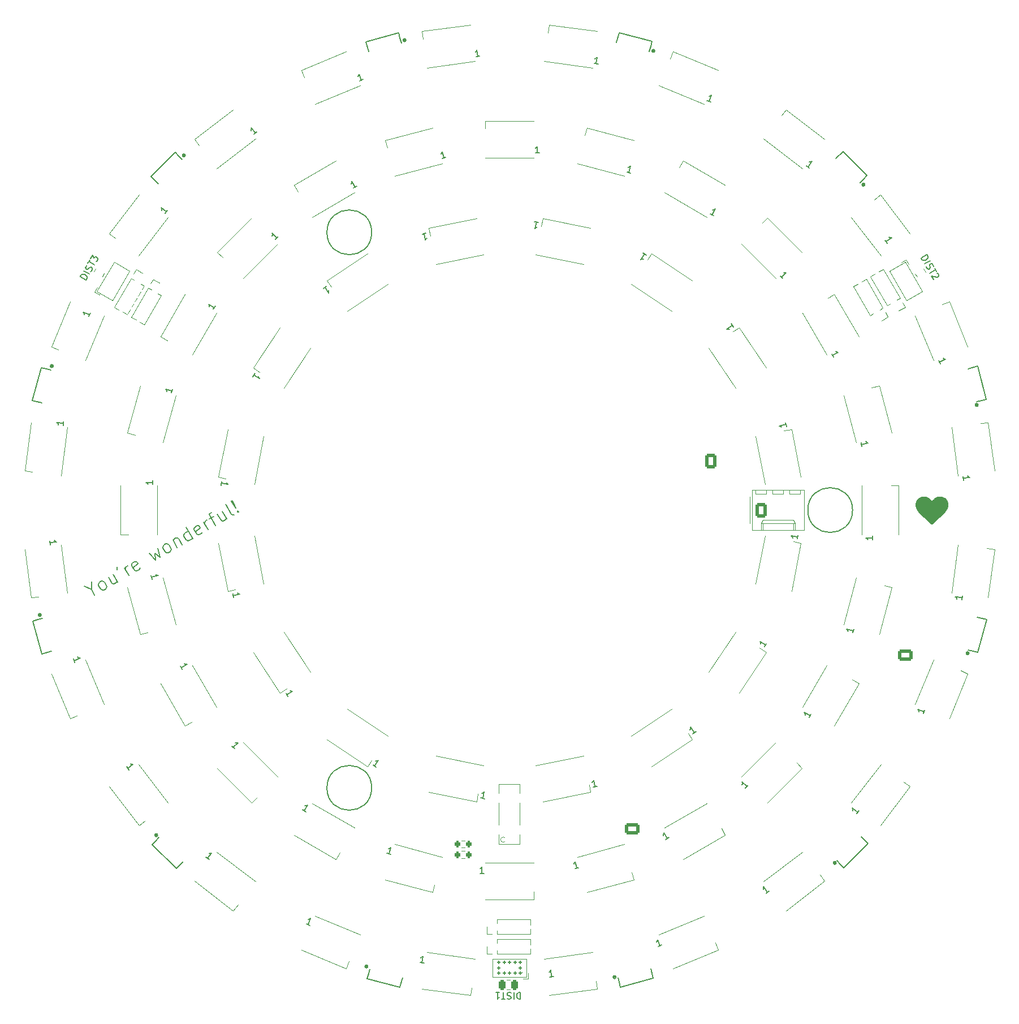
<source format=gto>
G04 #@! TF.GenerationSoftware,KiCad,Pcbnew,7.0.1-3b83917a11~171~ubuntu22.04.1*
G04 #@! TF.CreationDate,2023-04-05T15:14:01-07:00*
G04 #@! TF.ProjectId,dancing_forest,64616e63-696e-4675-9f66-6f726573742e,rev?*
G04 #@! TF.SameCoordinates,Original*
G04 #@! TF.FileFunction,Legend,Top*
G04 #@! TF.FilePolarity,Positive*
%FSLAX46Y46*%
G04 Gerber Fmt 4.6, Leading zero omitted, Abs format (unit mm)*
G04 Created by KiCad (PCBNEW 7.0.1-3b83917a11~171~ubuntu22.04.1) date 2023-04-05 15:14:01*
%MOMM*%
%LPD*%
G01*
G04 APERTURE LIST*
G04 Aperture macros list*
%AMRoundRect*
0 Rectangle with rounded corners*
0 $1 Rounding radius*
0 $2 $3 $4 $5 $6 $7 $8 $9 X,Y pos of 4 corners*
0 Add a 4 corners polygon primitive as box body*
4,1,4,$2,$3,$4,$5,$6,$7,$8,$9,$2,$3,0*
0 Add four circle primitives for the rounded corners*
1,1,$1+$1,$2,$3*
1,1,$1+$1,$4,$5*
1,1,$1+$1,$6,$7*
1,1,$1+$1,$8,$9*
0 Add four rect primitives between the rounded corners*
20,1,$1+$1,$2,$3,$4,$5,0*
20,1,$1+$1,$4,$5,$6,$7,0*
20,1,$1+$1,$6,$7,$8,$9,0*
20,1,$1+$1,$8,$9,$2,$3,0*%
%AMHorizOval*
0 Thick line with rounded ends*
0 $1 width*
0 $2 $3 position (X,Y) of the first rounded end (center of the circle)*
0 $4 $5 position (X,Y) of the second rounded end (center of the circle)*
0 Add line between two ends*
20,1,$1,$2,$3,$4,$5,0*
0 Add two circle primitives to create the rounded ends*
1,1,$1,$2,$3*
1,1,$1,$4,$5*%
%AMRotRect*
0 Rectangle, with rotation*
0 The origin of the aperture is its center*
0 $1 length*
0 $2 width*
0 $3 Rotation angle, in degrees counterclockwise*
0 Add horizontal line*
21,1,$1,$2,0,0,$3*%
G04 Aperture macros list end*
%ADD10C,0.150000*%
%ADD11C,0.200000*%
%ADD12C,0.120000*%
%ADD13C,1.300000*%
%ADD14RoundRect,0.200000X0.200000X0.275000X-0.200000X0.275000X-0.200000X-0.275000X0.200000X-0.275000X0*%
%ADD15RotRect,1.000000X1.000000X210.000000*%
%ADD16HorizOval,1.000000X0.000000X0.000000X0.000000X0.000000X0*%
%ADD17RotRect,1.500000X0.900000X172.500000*%
%ADD18RotRect,0.550000X1.000000X105.000000*%
%ADD19RotRect,0.550000X1.200000X15.000000*%
%ADD20RotRect,0.700000X1.200000X15.000000*%
%ADD21RotRect,0.450000X1.200000X15.000000*%
%ADD22RotRect,1.500000X0.900000X45.000000*%
%ADD23RotRect,0.550000X1.000000X75.000000*%
%ADD24RotRect,0.550000X1.200000X345.000000*%
%ADD25RotRect,0.700000X1.200000X345.000000*%
%ADD26RotRect,0.450000X1.200000X345.000000*%
%ADD27RotRect,0.550000X1.000000X255.000000*%
%ADD28RotRect,0.550000X1.200000X165.000000*%
%ADD29RotRect,0.700000X1.200000X165.000000*%
%ADD30RotRect,0.450000X1.200000X165.000000*%
%ADD31RotRect,1.500000X1.000000X281.250000*%
%ADD32RotRect,1.500000X1.000000X168.750000*%
%ADD33R,0.900000X1.500000*%
%ADD34RotRect,1.500000X0.900000X217.500000*%
%ADD35C,3.900000*%
%ADD36RotRect,1.500000X1.000000X11.250000*%
%ADD37RotRect,1.500000X0.900000X300.000000*%
%ADD38RotRect,1.500000X0.900000X67.500000*%
%ADD39RoundRect,0.250000X0.250000X0.475000X-0.250000X0.475000X-0.250000X-0.475000X0.250000X-0.475000X0*%
%ADD40RotRect,1.500000X0.900000X127.500000*%
%ADD41RotRect,1.500000X0.900000X157.500000*%
%ADD42RotRect,1.500000X1.000000X236.250000*%
%ADD43RotRect,1.500000X0.900000X315.000000*%
%ADD44RoundRect,0.062500X0.127500X0.062500X-0.127500X0.062500X-0.127500X-0.062500X0.127500X-0.062500X0*%
%ADD45RoundRect,0.125000X0.125000X0.125000X-0.125000X0.125000X-0.125000X-0.125000X0.125000X-0.125000X0*%
%ADD46RotRect,1.500000X0.900000X322.500000*%
%ADD47RotRect,1.500000X0.900000X232.500000*%
%ADD48R,1.000000X1.000000*%
%ADD49O,1.000000X1.000000*%
%ADD50RotRect,0.550000X1.000000X315.000000*%
%ADD51RotRect,0.550000X1.200000X225.000000*%
%ADD52RotRect,0.700000X1.200000X225.000000*%
%ADD53RotRect,0.450000X1.200000X225.000000*%
%ADD54RotRect,1.500000X0.900000X345.000000*%
%ADD55RotRect,0.550000X1.000000X15.000000*%
%ADD56RotRect,0.550000X1.200000X285.000000*%
%ADD57RotRect,0.700000X1.200000X285.000000*%
%ADD58RotRect,0.450000X1.200000X285.000000*%
%ADD59RotRect,0.550000X1.000000X225.000000*%
%ADD60RotRect,0.550000X1.200000X135.000000*%
%ADD61RotRect,0.700000X1.200000X135.000000*%
%ADD62RotRect,0.450000X1.200000X135.000000*%
%ADD63RotRect,1.500000X1.000000X303.750000*%
%ADD64RotRect,1.500000X1.000000X258.750000*%
%ADD65RotRect,1.500000X1.000000X33.750000*%
%ADD66RotRect,1.500000X0.900000X52.500000*%
%ADD67C,0.500000*%
%ADD68RotRect,1.000000X1.000000X330.000000*%
%ADD69HorizOval,1.000000X0.000000X0.000000X0.000000X0.000000X0*%
%ADD70RoundRect,0.062500X-0.117877X0.079168X0.009623X-0.141668X0.117877X-0.079168X-0.009623X0.141668X0*%
%ADD71RoundRect,0.125000X-0.170753X0.045753X-0.045753X-0.170753X0.170753X-0.045753X0.045753X0.170753X0*%
%ADD72RotRect,1.500000X1.000000X56.250000*%
%ADD73RoundRect,0.250000X0.286362X-0.454006X0.536362X-0.020994X-0.286362X0.454006X-0.536362X0.020994X0*%
%ADD74RotRect,1.500000X1.000000X213.750000*%
%ADD75RotRect,1.500000X1.000000X326.250000*%
%ADD76R,1.500000X0.900000*%
%ADD77RotRect,1.500000X0.900000X120.000000*%
%ADD78RotRect,1.500000X0.900000X142.500000*%
%ADD79RotRect,1.500000X0.900000X7.500000*%
%ADD80RotRect,1.500000X0.900000X30.000000*%
%ADD81RotRect,1.500000X0.900000X210.000000*%
%ADD82RotRect,1.500000X0.900000X97.500000*%
%ADD83RoundRect,0.062500X-0.009623X-0.141668X0.117877X0.079168X0.009623X0.141668X-0.117877X-0.079168X0*%
%ADD84RoundRect,0.125000X0.045753X-0.170753X0.170753X0.045753X-0.045753X0.170753X-0.170753X-0.045753X0*%
%ADD85RotRect,1.500000X0.900000X352.500000*%
%ADD86RotRect,1.500000X0.900000X135.000000*%
%ADD87RotRect,1.500000X0.900000X105.000000*%
%ADD88RoundRect,0.250000X-0.536362X-0.020994X-0.286362X-0.454006X0.536362X0.020994X0.286362X0.454006X0*%
%ADD89RotRect,1.500000X0.900000X150.000000*%
%ADD90RotRect,1.500000X0.900000X262.500000*%
%ADD91RotRect,1.500000X0.900000X37.500000*%
%ADD92RotRect,1.500000X0.900000X75.000000*%
%ADD93RotRect,1.500000X0.900000X60.000000*%
%ADD94RotRect,0.550000X1.000000X345.000000*%
%ADD95RotRect,0.550000X1.200000X255.000000*%
%ADD96RotRect,0.700000X1.200000X255.000000*%
%ADD97RotRect,0.450000X1.200000X255.000000*%
%ADD98RotRect,1.500000X0.900000X292.500000*%
%ADD99RotRect,1.500000X0.900000X195.000000*%
%ADD100C,0.700000*%
%ADD101O,1.000000X1.500000*%
%ADD102RotRect,1.500000X0.900000X240.000000*%
%ADD103RotRect,1.500000X1.000000X146.250000*%
%ADD104RotRect,1.500000X0.900000X330.000000*%
%ADD105RotRect,1.500000X0.900000X165.000000*%
%ADD106RotRect,1.500000X0.900000X82.500000*%
%ADD107RotRect,1.500000X0.900000X285.000000*%
%ADD108RotRect,0.550000X1.000000X45.000000*%
%ADD109RotRect,0.550000X1.200000X315.000000*%
%ADD110RotRect,0.700000X1.200000X315.000000*%
%ADD111RotRect,0.450000X1.200000X315.000000*%
%ADD112RotRect,1.500000X0.900000X187.500000*%
%ADD113RotRect,1.500000X1.000000X78.750000*%
%ADD114RotRect,0.550000X1.000000X135.000000*%
%ADD115RotRect,0.550000X1.200000X45.000000*%
%ADD116RotRect,0.700000X1.200000X45.000000*%
%ADD117RotRect,0.450000X1.200000X45.000000*%
%ADD118RotRect,1.500000X1.000000X123.750000*%
%ADD119RotRect,0.550000X1.000000X195.000000*%
%ADD120RotRect,0.550000X1.200000X105.000000*%
%ADD121RotRect,0.700000X1.200000X105.000000*%
%ADD122RotRect,0.450000X1.200000X105.000000*%
%ADD123RotRect,1.500000X1.000000X101.250000*%
%ADD124RotRect,0.550000X1.000000X285.000000*%
%ADD125RotRect,0.550000X1.200000X195.000000*%
%ADD126RotRect,0.700000X1.200000X195.000000*%
%ADD127RotRect,0.450000X1.200000X195.000000*%
%ADD128RotRect,1.500000X0.900000X337.500000*%
%ADD129RotRect,0.550000X1.000000X165.000000*%
%ADD130RotRect,0.550000X1.200000X75.000000*%
%ADD131RotRect,0.700000X1.200000X75.000000*%
%ADD132RotRect,0.450000X1.200000X75.000000*%
%ADD133RotRect,1.500000X0.900000X307.500000*%
%ADD134RotRect,1.500000X1.000000X348.750000*%
%ADD135RotRect,1.500000X0.900000X22.500000*%
%ADD136RotRect,1.500000X0.900000X112.500000*%
%ADD137RotRect,1.500000X0.900000X202.500000*%
%ADD138RotRect,1.500000X0.900000X225.000000*%
%ADD139RotRect,1.500000X0.900000X247.500000*%
%ADD140RotRect,1.500000X1.000000X191.250000*%
%ADD141RotRect,1.500000X0.900000X255.000000*%
%ADD142RotRect,1.500000X0.900000X15.000000*%
%ADD143RotRect,1.500000X0.900000X277.500000*%
%ADD144RoundRect,0.250000X-0.620000X-0.845000X0.620000X-0.845000X0.620000X0.845000X-0.620000X0.845000X0*%
%ADD145O,1.740000X2.190000*%
%ADD146RoundRect,0.250000X0.845000X-0.620000X0.845000X0.620000X-0.845000X0.620000X-0.845000X-0.620000X0*%
%ADD147O,2.190000X1.740000*%
%ADD148R,1.700000X1.700000*%
%ADD149RoundRect,0.250000X0.620000X0.845000X-0.620000X0.845000X-0.620000X-0.845000X0.620000X-0.845000X0*%
G04 APERTURE END LIST*
D10*
X151226395Y-146925000D02*
G75*
G03*
X151226395Y-146925000I-1J0D01*
G01*
X178551395Y-268300000D02*
G75*
G03*
X178551395Y-268300000I-1J0D01*
G01*
X252975001Y-151300000D02*
G75*
G03*
X252975001Y-151300000I-1J0D01*
G01*
X268800001Y-221425000D02*
G75*
G03*
X268800001Y-221425000I-223607J0D01*
G01*
X131551394Y-178450000D02*
G75*
G03*
X131551394Y-178450000I-100000J0D01*
G01*
X184351394Y-129675000D02*
G75*
G03*
X184351394Y-129675000I-100000J0D01*
G01*
X147076395Y-248650000D02*
G75*
G03*
X147076395Y-248650000I-1J0D01*
G01*
X215801394Y-269900000D02*
G75*
G03*
X215801394Y-269900000I-100000J0D01*
G01*
X184251395Y-129675000D02*
G75*
G03*
X184251395Y-129675000I-1J0D01*
G01*
X253198607Y-151300000D02*
G75*
G03*
X253198607Y-151300000I-223607J0D01*
G01*
X131675001Y-178450000D02*
G75*
G03*
X131675001Y-178450000I-223607J0D01*
G01*
X178651394Y-268300000D02*
G75*
G03*
X178651394Y-268300000I-100000J0D01*
G01*
X253075000Y-151300000D02*
G75*
G03*
X253075000Y-151300000I-100000J0D01*
G01*
X268676394Y-221425000D02*
G75*
G03*
X268676394Y-221425000I-100000J0D01*
G01*
X221750001Y-131275000D02*
G75*
G03*
X221750001Y-131275000I-223607J0D01*
G01*
X129651395Y-215700000D02*
G75*
G03*
X129651395Y-215700000I-1J0D01*
G01*
X248776394Y-252800000D02*
G75*
G03*
X248776394Y-252800000I-100000J0D01*
G01*
X184475001Y-129675000D02*
G75*
G03*
X184475001Y-129675000I-223607J0D01*
G01*
X129751394Y-215700000D02*
G75*
G03*
X129751394Y-215700000I-100000J0D01*
G01*
X248676395Y-252800000D02*
G75*
G03*
X248676395Y-252800000I-1J0D01*
G01*
X151326394Y-146925000D02*
G75*
G03*
X151326394Y-146925000I-100000J0D01*
G01*
X248900001Y-252800000D02*
G75*
G03*
X248900001Y-252800000I-223607J0D01*
G01*
X269926395Y-184275000D02*
G75*
G03*
X269926395Y-184275000I-1J0D01*
G01*
X178775001Y-268300000D02*
G75*
G03*
X178775001Y-268300000I-223607J0D01*
G01*
X215701395Y-269900000D02*
G75*
G03*
X215701395Y-269900000I-1J0D01*
G01*
X147300001Y-248650000D02*
G75*
G03*
X147300001Y-248650000I-223607J0D01*
G01*
X131451395Y-178450000D02*
G75*
G03*
X131451395Y-178450000I-1J0D01*
G01*
X268576395Y-221425000D02*
G75*
G03*
X268576395Y-221425000I-1J0D01*
G01*
X147176394Y-248650000D02*
G75*
G03*
X147176394Y-248650000I-100000J0D01*
G01*
X129875001Y-215700000D02*
G75*
G03*
X129875001Y-215700000I-223607J0D01*
G01*
X270150001Y-184275000D02*
G75*
G03*
X270150001Y-184275000I-223607J0D01*
G01*
X151450001Y-146925000D02*
G75*
G03*
X151450001Y-146925000I-223607J0D01*
G01*
X270026394Y-184275000D02*
G75*
G03*
X270026394Y-184275000I-100000J0D01*
G01*
X221526395Y-131275000D02*
G75*
G03*
X221526395Y-131275000I-1J0D01*
G01*
X221626394Y-131275000D02*
G75*
G03*
X221626394Y-131275000I-100000J0D01*
G01*
X215925001Y-269900000D02*
G75*
G03*
X215925001Y-269900000I-223607J0D01*
G01*
D11*
X137392116Y-211919911D02*
X137868307Y-212744697D01*
X136290956Y-211345980D02*
X137392116Y-211919911D01*
X137392116Y-211919911D02*
X137445657Y-210679313D01*
X139270443Y-211935173D02*
X139057867Y-211947933D01*
X139057867Y-211947933D02*
X138927769Y-211913073D01*
X138927769Y-211913073D02*
X138750053Y-211795735D01*
X138750053Y-211795735D02*
X138464338Y-211300863D01*
X138464338Y-211300863D02*
X138451579Y-211088287D01*
X138451579Y-211088287D02*
X138486439Y-210958189D01*
X138486439Y-210958189D02*
X138603777Y-210780473D01*
X138603777Y-210780473D02*
X138851213Y-210637615D01*
X138851213Y-210637615D02*
X139063789Y-210624856D01*
X139063789Y-210624856D02*
X139193886Y-210659715D01*
X139193886Y-210659715D02*
X139371603Y-210777054D01*
X139371603Y-210777054D02*
X139657317Y-211271925D01*
X139657317Y-211271925D02*
X139670077Y-211484502D01*
X139670077Y-211484502D02*
X139635217Y-211614599D01*
X139635217Y-211614599D02*
X139517879Y-211792316D01*
X139517879Y-211792316D02*
X139270443Y-211935173D01*
X140665742Y-209589996D02*
X141332409Y-210744697D01*
X139923435Y-210018568D02*
X140447244Y-210925832D01*
X140447244Y-210925832D02*
X140624961Y-211043171D01*
X140624961Y-211043171D02*
X140837537Y-211030411D01*
X140837537Y-211030411D02*
X141084973Y-210887554D01*
X141084973Y-210887554D02*
X141202311Y-210709837D01*
X141202311Y-210709837D02*
X141237171Y-210579740D01*
X141239674Y-208488836D02*
X141265193Y-208913989D01*
X142981981Y-209792316D02*
X142315315Y-208637615D01*
X142505791Y-208967530D02*
X142493031Y-208754953D01*
X142493031Y-208754953D02*
X142527891Y-208624856D01*
X142527891Y-208624856D02*
X142645229Y-208447139D01*
X142645229Y-208447139D02*
X142810186Y-208351901D01*
X144666413Y-208709837D02*
X144549075Y-208887554D01*
X144549075Y-208887554D02*
X144219160Y-209078030D01*
X144219160Y-209078030D02*
X144006584Y-209090790D01*
X144006584Y-209090790D02*
X143828867Y-208973451D01*
X143828867Y-208973451D02*
X143447915Y-208313623D01*
X143447915Y-208313623D02*
X143435155Y-208101046D01*
X143435155Y-208101046D02*
X143552493Y-207923330D01*
X143552493Y-207923330D02*
X143882408Y-207732853D01*
X143882408Y-207732853D02*
X144094984Y-207720094D01*
X144094984Y-207720094D02*
X144272701Y-207837432D01*
X144272701Y-207837432D02*
X144367939Y-208002389D01*
X144367939Y-208002389D02*
X143638391Y-208643537D01*
X146026852Y-206494758D02*
X147023434Y-207458982D01*
X147023434Y-207458982D02*
X146877157Y-206443720D01*
X146877157Y-206443720D02*
X147683262Y-207078030D01*
X147683262Y-207078030D02*
X147346510Y-205732853D01*
X148920441Y-206363744D02*
X148707865Y-206376504D01*
X148707865Y-206376504D02*
X148577768Y-206341644D01*
X148577768Y-206341644D02*
X148400051Y-206224306D01*
X148400051Y-206224306D02*
X148114337Y-205729434D01*
X148114337Y-205729434D02*
X148101577Y-205516858D01*
X148101577Y-205516858D02*
X148136437Y-205386760D01*
X148136437Y-205386760D02*
X148253775Y-205209044D01*
X148253775Y-205209044D02*
X148501211Y-205066186D01*
X148501211Y-205066186D02*
X148713787Y-205053427D01*
X148713787Y-205053427D02*
X148843885Y-205088286D01*
X148843885Y-205088286D02*
X149021601Y-205205625D01*
X149021601Y-205205625D02*
X149307316Y-205700496D01*
X149307316Y-205700496D02*
X149320075Y-205913073D01*
X149320075Y-205913073D02*
X149285215Y-206043170D01*
X149285215Y-206043170D02*
X149167877Y-206220887D01*
X149167877Y-206220887D02*
X148920441Y-206363744D01*
X149573433Y-204447139D02*
X150240099Y-205601839D01*
X149668671Y-204612096D02*
X149703530Y-204481998D01*
X149703530Y-204481998D02*
X149820869Y-204304282D01*
X149820869Y-204304282D02*
X150068304Y-204161424D01*
X150068304Y-204161424D02*
X150280881Y-204148665D01*
X150280881Y-204148665D02*
X150458597Y-204266003D01*
X150458597Y-204266003D02*
X150982407Y-205173268D01*
X152549501Y-204268506D02*
X151549501Y-202536455D01*
X152501882Y-204186027D02*
X152384543Y-204363744D01*
X152384543Y-204363744D02*
X152054629Y-204554220D01*
X152054629Y-204554220D02*
X151842053Y-204566980D01*
X151842053Y-204566980D02*
X151711955Y-204532120D01*
X151711955Y-204532120D02*
X151534238Y-204414782D01*
X151534238Y-204414782D02*
X151248524Y-203919910D01*
X151248524Y-203919910D02*
X151235765Y-203707334D01*
X151235765Y-203707334D02*
X151270624Y-203577236D01*
X151270624Y-203577236D02*
X151387962Y-203399520D01*
X151387962Y-203399520D02*
X151717877Y-203209043D01*
X151717877Y-203209043D02*
X151930453Y-203196284D01*
X153986497Y-203328884D02*
X153869159Y-203506601D01*
X153869159Y-203506601D02*
X153539244Y-203697077D01*
X153539244Y-203697077D02*
X153326668Y-203709837D01*
X153326668Y-203709837D02*
X153148951Y-203592498D01*
X153148951Y-203592498D02*
X152767999Y-202932670D01*
X152767999Y-202932670D02*
X152755239Y-202720093D01*
X152755239Y-202720093D02*
X152872577Y-202542377D01*
X152872577Y-202542377D02*
X153202492Y-202351900D01*
X153202492Y-202351900D02*
X153415068Y-202339141D01*
X153415068Y-202339141D02*
X153592785Y-202456479D01*
X153592785Y-202456479D02*
X153688023Y-202621436D01*
X153688023Y-202621436D02*
X152958475Y-203262584D01*
X154858902Y-202935172D02*
X154192235Y-201780472D01*
X154382712Y-202110386D02*
X154369952Y-201897810D01*
X154369952Y-201897810D02*
X154404812Y-201767712D01*
X154404812Y-201767712D02*
X154522150Y-201589996D01*
X154522150Y-201589996D02*
X154687107Y-201494757D01*
X155017021Y-201304281D02*
X155676850Y-200923329D01*
X155931124Y-202316125D02*
X155073981Y-200831510D01*
X155073981Y-200831510D02*
X155061221Y-200618933D01*
X155061221Y-200618933D02*
X155178560Y-200441217D01*
X155178560Y-200441217D02*
X155343517Y-200345979D01*
X156996508Y-200161424D02*
X157663175Y-201316125D01*
X156254200Y-200589996D02*
X156778010Y-201497260D01*
X156778010Y-201497260D02*
X156955727Y-201614599D01*
X156955727Y-201614599D02*
X157168303Y-201601839D01*
X157168303Y-201601839D02*
X157415739Y-201458982D01*
X157415739Y-201458982D02*
X157533077Y-201281265D01*
X157533077Y-201281265D02*
X157567936Y-201151168D01*
X158735397Y-200697077D02*
X158522820Y-200709837D01*
X158522820Y-200709837D02*
X158345104Y-200592498D01*
X158345104Y-200592498D02*
X157487961Y-199107883D01*
X159299987Y-200151168D02*
X159430085Y-200186027D01*
X159430085Y-200186027D02*
X159395225Y-200316125D01*
X159395225Y-200316125D02*
X159265128Y-200281265D01*
X159265128Y-200281265D02*
X159299987Y-200151168D01*
X159299987Y-200151168D02*
X159395225Y-200316125D01*
X159014273Y-199656296D02*
X158360366Y-198714172D01*
X158360366Y-198714172D02*
X158395225Y-198584074D01*
X158395225Y-198584074D02*
X158525323Y-198618933D01*
X158525323Y-198618933D02*
X159014273Y-199656296D01*
X159014273Y-199656296D02*
X158395225Y-198584074D01*
D10*
X213265373Y-133222809D02*
X212698833Y-133148223D01*
X212982103Y-133185516D02*
X213112629Y-132194071D01*
X213112629Y-132194071D02*
X212999559Y-132323275D01*
X212999559Y-132323275D02*
X212892705Y-132405267D01*
X212892705Y-132405267D02*
X212792066Y-132440048D01*
X235707713Y-241172638D02*
X235303652Y-241576699D01*
X235505683Y-241374668D02*
X234798576Y-240667561D01*
X234798576Y-240667561D02*
X234832248Y-240835920D01*
X234832248Y-240835920D02*
X234832248Y-240970607D01*
X234832248Y-240970607D02*
X234798576Y-241071622D01*
X158679107Y-213074432D02*
X158567627Y-212513983D01*
X158623367Y-212794208D02*
X159604152Y-212599117D01*
X159604152Y-212599117D02*
X159445460Y-212533579D01*
X159445460Y-212533579D02*
X159333472Y-212458751D01*
X159333472Y-212458751D02*
X159268188Y-212374633D01*
X203733620Y-156821104D02*
X204294069Y-156932584D01*
X204013845Y-156876844D02*
X203818754Y-157857629D01*
X203818754Y-157857629D02*
X203940032Y-157736097D01*
X203940032Y-157736097D02*
X204052021Y-157661269D01*
X204052021Y-157661269D02*
X204154719Y-157633145D01*
X146562619Y-195564285D02*
X146562619Y-196135713D01*
X146562619Y-195849999D02*
X145562619Y-195849999D01*
X145562619Y-195849999D02*
X145705476Y-195945237D01*
X145705476Y-195945237D02*
X145800714Y-196040475D01*
X145800714Y-196040475D02*
X145848333Y-196135713D01*
X162161432Y-143401359D02*
X161708087Y-143749222D01*
X161934760Y-143575291D02*
X161325998Y-142781937D01*
X161325998Y-142781937D02*
X161337407Y-142953251D01*
X161337407Y-142953251D02*
X161319826Y-143086785D01*
X161319826Y-143086785D02*
X161273258Y-143182541D01*
X213074432Y-241320892D02*
X212513983Y-241432372D01*
X212794208Y-241376632D02*
X212599117Y-240395847D01*
X212599117Y-240395847D02*
X212533579Y-240554539D01*
X212533579Y-240554539D02*
X212458751Y-240666527D01*
X212458751Y-240666527D02*
X212374633Y-240731811D01*
X150988448Y-223834740D02*
X150702734Y-223339869D01*
X150845591Y-223587304D02*
X151711616Y-223087304D01*
X151711616Y-223087304D02*
X151540279Y-223076254D01*
X151540279Y-223076254D02*
X151410182Y-223041395D01*
X151410182Y-223041395D02*
X151321323Y-222982726D01*
X262141966Y-229922717D02*
X261923290Y-230450648D01*
X262032628Y-230186683D02*
X261108748Y-229803999D01*
X261108748Y-229803999D02*
X261204285Y-229946657D01*
X261204285Y-229946657D02*
X261255828Y-230071091D01*
X261255828Y-230071091D02*
X261263376Y-230177303D01*
X256573639Y-160061432D02*
X256225776Y-159608087D01*
X256399707Y-159834760D02*
X257193061Y-159225998D01*
X257193061Y-159225998D02*
X257021747Y-159237407D01*
X257021747Y-159237407D02*
X256888213Y-159219826D01*
X256888213Y-159219826D02*
X256792457Y-159173258D01*
X230096576Y-138931518D02*
X229568645Y-138712842D01*
X229832610Y-138822180D02*
X230215294Y-137898300D01*
X230215294Y-137898300D02*
X230072636Y-137993837D01*
X230072636Y-137993837D02*
X229948202Y-138045380D01*
X229948202Y-138045380D02*
X229841990Y-138052928D01*
X161536696Y-180026735D02*
X161854165Y-179551610D01*
X161695430Y-179789173D02*
X162526900Y-180344743D01*
X162526900Y-180344743D02*
X162461030Y-180186188D01*
X162461030Y-180186188D02*
X162434754Y-180054089D01*
X162434754Y-180054089D02*
X162448072Y-179948446D01*
X158827361Y-235707713D02*
X158423300Y-235303652D01*
X158625331Y-235505683D02*
X159332438Y-234798576D01*
X159332438Y-234798576D02*
X159164079Y-234832248D01*
X159164079Y-234832248D02*
X159029392Y-234832248D01*
X159029392Y-234832248D02*
X158928377Y-234798576D01*
X201633332Y-272187380D02*
X201633332Y-273187380D01*
X201633332Y-273187380D02*
X201395237Y-273187380D01*
X201395237Y-273187380D02*
X201252380Y-273139761D01*
X201252380Y-273139761D02*
X201157142Y-273044523D01*
X201157142Y-273044523D02*
X201109523Y-272949285D01*
X201109523Y-272949285D02*
X201061904Y-272758809D01*
X201061904Y-272758809D02*
X201061904Y-272615952D01*
X201061904Y-272615952D02*
X201109523Y-272425476D01*
X201109523Y-272425476D02*
X201157142Y-272330238D01*
X201157142Y-272330238D02*
X201252380Y-272235000D01*
X201252380Y-272235000D02*
X201395237Y-272187380D01*
X201395237Y-272187380D02*
X201633332Y-272187380D01*
X200633332Y-272187380D02*
X200633332Y-273187380D01*
X200204761Y-272235000D02*
X200061904Y-272187380D01*
X200061904Y-272187380D02*
X199823809Y-272187380D01*
X199823809Y-272187380D02*
X199728571Y-272235000D01*
X199728571Y-272235000D02*
X199680952Y-272282619D01*
X199680952Y-272282619D02*
X199633333Y-272377857D01*
X199633333Y-272377857D02*
X199633333Y-272473095D01*
X199633333Y-272473095D02*
X199680952Y-272568333D01*
X199680952Y-272568333D02*
X199728571Y-272615952D01*
X199728571Y-272615952D02*
X199823809Y-272663571D01*
X199823809Y-272663571D02*
X200014285Y-272711190D01*
X200014285Y-272711190D02*
X200109523Y-272758809D01*
X200109523Y-272758809D02*
X200157142Y-272806428D01*
X200157142Y-272806428D02*
X200204761Y-272901666D01*
X200204761Y-272901666D02*
X200204761Y-272996904D01*
X200204761Y-272996904D02*
X200157142Y-273092142D01*
X200157142Y-273092142D02*
X200109523Y-273139761D01*
X200109523Y-273139761D02*
X200014285Y-273187380D01*
X200014285Y-273187380D02*
X199776190Y-273187380D01*
X199776190Y-273187380D02*
X199633333Y-273139761D01*
X199347618Y-273187380D02*
X198776190Y-273187380D01*
X199061904Y-272187380D02*
X199061904Y-273187380D01*
X197919047Y-272187380D02*
X198490475Y-272187380D01*
X198204761Y-272187380D02*
X198204761Y-273187380D01*
X198204761Y-273187380D02*
X198299999Y-273044523D01*
X198299999Y-273044523D02*
X198395237Y-272949285D01*
X198395237Y-272949285D02*
X198490475Y-272901666D01*
X155013350Y-252279961D02*
X154560005Y-251932097D01*
X154786677Y-252106029D02*
X155395439Y-251312676D01*
X155395439Y-251312676D02*
X155232915Y-251368035D01*
X155232915Y-251368035D02*
X155099381Y-251385615D01*
X155099381Y-251385615D02*
X154994834Y-251365416D01*
X148801943Y-155123253D02*
X148454079Y-155576598D01*
X148628011Y-155349926D02*
X147834658Y-154741164D01*
X147834658Y-154741164D02*
X147890017Y-154903688D01*
X147890017Y-154903688D02*
X147907597Y-155037222D01*
X147907597Y-155037222D02*
X147887398Y-155141769D01*
X254362619Y-203864285D02*
X254362619Y-204435713D01*
X254362619Y-204149999D02*
X253362619Y-204149999D01*
X253362619Y-204149999D02*
X253505476Y-204245237D01*
X253505476Y-204245237D02*
X253600714Y-204340475D01*
X253600714Y-204340475D02*
X253648333Y-204435713D01*
X182197305Y-251510107D02*
X181645348Y-251362210D01*
X181921326Y-251436158D02*
X182180145Y-250470232D01*
X182180145Y-250470232D02*
X182051178Y-250583572D01*
X182051178Y-250583572D02*
X181934536Y-250650916D01*
X181934536Y-250650916D02*
X181830218Y-250672263D01*
X166827841Y-227892022D02*
X166510372Y-227416896D01*
X166669107Y-227654459D02*
X167500576Y-227098889D01*
X167500576Y-227098889D02*
X167328884Y-227099069D01*
X167328884Y-227099069D02*
X167196785Y-227072792D01*
X167196785Y-227072792D02*
X167104279Y-227020061D01*
X156821104Y-196266379D02*
X156932584Y-195705930D01*
X156876844Y-195986154D02*
X157857629Y-196181245D01*
X157857629Y-196181245D02*
X157736097Y-196059967D01*
X157736097Y-196059967D02*
X157661269Y-195947978D01*
X157661269Y-195947978D02*
X157633145Y-195845280D01*
X227892022Y-233172158D02*
X227416896Y-233489627D01*
X227654459Y-233330892D02*
X227098889Y-232499423D01*
X227098889Y-232499423D02*
X227099069Y-232671115D01*
X227099069Y-232671115D02*
X227072792Y-232803214D01*
X227072792Y-232803214D02*
X227020061Y-232895720D01*
X252279961Y-244986649D02*
X251932097Y-245439994D01*
X252106029Y-245213322D02*
X251312676Y-244604560D01*
X251312676Y-244604560D02*
X251368035Y-244767084D01*
X251368035Y-244767084D02*
X251385615Y-244900618D01*
X251385615Y-244900618D02*
X251365416Y-245005165D01*
X261625753Y-162293595D02*
X262491779Y-161793595D01*
X262491779Y-161793595D02*
X262610826Y-161999792D01*
X262610826Y-161999792D02*
X262641016Y-162147319D01*
X262641016Y-162147319D02*
X262606156Y-162277417D01*
X262606156Y-162277417D02*
X262547487Y-162366275D01*
X262547487Y-162366275D02*
X262406339Y-162502753D01*
X262406339Y-162502753D02*
X262282621Y-162574181D01*
X262282621Y-162574181D02*
X262093855Y-162628180D01*
X262093855Y-162628180D02*
X261987566Y-162634560D01*
X261987566Y-162634560D02*
X261857469Y-162599700D01*
X261857469Y-162599700D02*
X261744801Y-162499792D01*
X261744801Y-162499792D02*
X261625753Y-162293595D01*
X262125753Y-163159621D02*
X262991779Y-162659621D01*
X262381278Y-163506964D02*
X262411467Y-163654492D01*
X262411467Y-163654492D02*
X262530515Y-163860688D01*
X262530515Y-163860688D02*
X262619373Y-163919358D01*
X262619373Y-163919358D02*
X262684422Y-163936787D01*
X262684422Y-163936787D02*
X262790710Y-163930408D01*
X262790710Y-163930408D02*
X262873189Y-163882789D01*
X262873189Y-163882789D02*
X262931858Y-163793930D01*
X262931858Y-163793930D02*
X262949288Y-163728881D01*
X262949288Y-163728881D02*
X262942908Y-163622593D01*
X262942908Y-163622593D02*
X262888909Y-163433826D01*
X262888909Y-163433826D02*
X262882529Y-163327538D01*
X262882529Y-163327538D02*
X262899959Y-163262490D01*
X262899959Y-163262490D02*
X262958628Y-163173631D01*
X262958628Y-163173631D02*
X263041107Y-163126012D01*
X263041107Y-163126012D02*
X263147395Y-163119632D01*
X263147395Y-163119632D02*
X263212444Y-163137062D01*
X263212444Y-163137062D02*
X263301302Y-163195731D01*
X263301302Y-163195731D02*
X263420350Y-163401928D01*
X263420350Y-163401928D02*
X263450539Y-163549455D01*
X263634636Y-163773082D02*
X263920350Y-164267953D01*
X262911467Y-164520517D02*
X263777493Y-164020517D01*
X263980729Y-164563008D02*
X264045777Y-164580438D01*
X264045777Y-164580438D02*
X264134636Y-164639107D01*
X264134636Y-164639107D02*
X264253683Y-164845304D01*
X264253683Y-164845304D02*
X264260063Y-164951592D01*
X264260063Y-164951592D02*
X264242633Y-165016641D01*
X264242633Y-165016641D02*
X264183964Y-165105499D01*
X264183964Y-165105499D02*
X264101486Y-165153118D01*
X264101486Y-165153118D02*
X263953958Y-165183307D01*
X263953958Y-165183307D02*
X263173372Y-164974150D01*
X263173372Y-164974150D02*
X263482896Y-165510261D01*
X238463303Y-219973264D02*
X238145834Y-220448389D01*
X238304569Y-220210826D02*
X237473099Y-219655256D01*
X237473099Y-219655256D02*
X237538969Y-219813811D01*
X237538969Y-219813811D02*
X237565245Y-219945910D01*
X237565245Y-219945910D02*
X237551927Y-220051553D01*
X172107977Y-166827841D02*
X172583103Y-166510372D01*
X172345540Y-166669107D02*
X172901110Y-167500576D01*
X172901110Y-167500576D02*
X172900930Y-167328884D01*
X172900930Y-167328884D02*
X172927207Y-167196785D01*
X172927207Y-167196785D02*
X172979938Y-167104279D01*
X180026735Y-238463303D02*
X179551610Y-238145834D01*
X179789173Y-238304569D02*
X180344743Y-237473099D01*
X180344743Y-237473099D02*
X180186188Y-237538969D01*
X180186188Y-237538969D02*
X180054089Y-237565245D01*
X180054089Y-237565245D02*
X179948446Y-237551927D01*
X196135714Y-254362619D02*
X195564286Y-254362619D01*
X195850000Y-254362619D02*
X195850000Y-253362619D01*
X195850000Y-253362619D02*
X195754762Y-253505476D01*
X195754762Y-253505476D02*
X195659524Y-253600714D01*
X195659524Y-253600714D02*
X195564286Y-253648333D01*
X248495986Y-177122750D02*
X248210272Y-176627879D01*
X248353129Y-176875314D02*
X249219154Y-176375314D01*
X249219154Y-176375314D02*
X249047817Y-176364264D01*
X249047817Y-176364264D02*
X248917720Y-176329405D01*
X248917720Y-176329405D02*
X248828861Y-176270736D01*
X244876746Y-148801943D02*
X244423401Y-148454079D01*
X244650073Y-148628011D02*
X245258835Y-147834658D01*
X245258835Y-147834658D02*
X245096311Y-147890017D01*
X245096311Y-147890017D02*
X244962777Y-147907597D01*
X244962777Y-147907597D02*
X244858230Y-147887398D01*
X206557149Y-269777880D02*
X205990609Y-269852466D01*
X206273879Y-269815173D02*
X206143353Y-268823728D01*
X206143353Y-268823728D02*
X206067576Y-268977794D01*
X206067576Y-268977794D02*
X205985584Y-269084648D01*
X205985584Y-269084648D02*
X205897376Y-269144291D01*
X223834740Y-249011551D02*
X223339869Y-249297265D01*
X223587304Y-249154408D02*
X223087304Y-248288383D01*
X223087304Y-248288383D02*
X223076254Y-248459720D01*
X223076254Y-248459720D02*
X223041395Y-248589817D01*
X223041395Y-248589817D02*
X222982726Y-248678676D01*
X177122750Y-151504013D02*
X176627879Y-151789727D01*
X176875314Y-151646870D02*
X176375314Y-150780845D01*
X176375314Y-150780845D02*
X176364264Y-150952182D01*
X176364264Y-150952182D02*
X176329405Y-151082279D01*
X176329405Y-151082279D02*
X176270736Y-151171138D01*
X267935143Y-195530159D02*
X267860557Y-194963619D01*
X267897850Y-195246889D02*
X268889295Y-195116363D01*
X268889295Y-195116363D02*
X268735229Y-195040586D01*
X268735229Y-195040586D02*
X268628375Y-194958594D01*
X268628375Y-194958594D02*
X268568732Y-194870386D01*
X136590913Y-165544022D02*
X135724888Y-165044022D01*
X135724888Y-165044022D02*
X135843935Y-164837825D01*
X135843935Y-164837825D02*
X135956603Y-164737917D01*
X135956603Y-164737917D02*
X136086701Y-164703057D01*
X136086701Y-164703057D02*
X136192989Y-164709437D01*
X136192989Y-164709437D02*
X136381756Y-164763436D01*
X136381756Y-164763436D02*
X136505474Y-164834864D01*
X136505474Y-164834864D02*
X136646621Y-164971342D01*
X136646621Y-164971342D02*
X136705290Y-165060200D01*
X136705290Y-165060200D02*
X136740150Y-165190298D01*
X136740150Y-165190298D02*
X136709961Y-165337825D01*
X136709961Y-165337825D02*
X136590913Y-165544022D01*
X137090913Y-164677996D02*
X136224888Y-164177996D01*
X137263959Y-164283034D02*
X137376627Y-164183125D01*
X137376627Y-164183125D02*
X137495675Y-163976929D01*
X137495675Y-163976929D02*
X137502054Y-163870640D01*
X137502054Y-163870640D02*
X137484625Y-163805592D01*
X137484625Y-163805592D02*
X137425956Y-163716733D01*
X137425956Y-163716733D02*
X137343477Y-163669114D01*
X137343477Y-163669114D02*
X137237189Y-163662734D01*
X137237189Y-163662734D02*
X137172140Y-163680164D01*
X137172140Y-163680164D02*
X137083282Y-163738833D01*
X137083282Y-163738833D02*
X136946804Y-163879981D01*
X136946804Y-163879981D02*
X136857946Y-163938650D01*
X136857946Y-163938650D02*
X136792897Y-163956080D01*
X136792897Y-163956080D02*
X136686609Y-163949700D01*
X136686609Y-163949700D02*
X136604130Y-163902081D01*
X136604130Y-163902081D02*
X136545461Y-163813223D01*
X136545461Y-163813223D02*
X136528031Y-163748174D01*
X136528031Y-163748174D02*
X136534411Y-163641886D01*
X136534411Y-163641886D02*
X136653459Y-163435689D01*
X136653459Y-163435689D02*
X136766127Y-163335781D01*
X136867744Y-163064536D02*
X137153459Y-162569664D01*
X137876627Y-163317100D02*
X137010602Y-162817100D01*
X137272507Y-162363467D02*
X137582030Y-161827356D01*
X137582030Y-161827356D02*
X137745278Y-162306507D01*
X137745278Y-162306507D02*
X137816707Y-162182790D01*
X137816707Y-162182790D02*
X137905565Y-162124120D01*
X137905565Y-162124120D02*
X137970614Y-162106691D01*
X137970614Y-162106691D02*
X138076902Y-162113070D01*
X138076902Y-162113070D02*
X138283099Y-162232118D01*
X138283099Y-162232118D02*
X138341768Y-162320976D01*
X138341768Y-162320976D02*
X138359197Y-162386025D01*
X138359197Y-162386025D02*
X138352818Y-162492313D01*
X138352818Y-162492313D02*
X138209960Y-162739749D01*
X138209960Y-162739749D02*
X138121102Y-162798418D01*
X138121102Y-162798418D02*
X138056053Y-162815848D01*
X187180399Y-267769099D02*
X186613859Y-267694513D01*
X186897129Y-267731806D02*
X187027655Y-266740361D01*
X187027655Y-266740361D02*
X186914585Y-266869565D01*
X186914585Y-266869565D02*
X186807731Y-266951557D01*
X186807731Y-266951557D02*
X186707092Y-266986338D01*
X240922457Y-165350589D02*
X240518396Y-164946528D01*
X240720427Y-165148559D02*
X241427534Y-164441452D01*
X241427534Y-164441452D02*
X241259175Y-164475124D01*
X241259175Y-164475124D02*
X241124488Y-164475124D01*
X241124488Y-164475124D02*
X241023473Y-164441452D01*
X252764593Y-190453959D02*
X252616697Y-189902002D01*
X252690645Y-190177981D02*
X253656571Y-189919162D01*
X253656571Y-189919162D02*
X253493932Y-189864143D01*
X253493932Y-189864143D02*
X253377290Y-189796799D01*
X253377290Y-189796799D02*
X253306644Y-189717131D01*
X230560131Y-155939728D02*
X230065260Y-155654013D01*
X230312695Y-155796871D02*
X230812695Y-154930845D01*
X230812695Y-154930845D02*
X230658788Y-155006944D01*
X230658788Y-155006944D02*
X230528691Y-155041804D01*
X230528691Y-155041804D02*
X230422402Y-155035424D01*
X133222809Y-186734626D02*
X133148223Y-187301166D01*
X133185516Y-187017896D02*
X132194071Y-186887370D01*
X132194071Y-186887370D02*
X132323275Y-187000440D01*
X132323275Y-187000440D02*
X132405267Y-187107294D01*
X132405267Y-187107294D02*
X132440048Y-187207933D01*
X238855162Y-256984817D02*
X238401817Y-257332680D01*
X238628490Y-257158749D02*
X238019728Y-256365395D01*
X238019728Y-256365395D02*
X238031137Y-256536709D01*
X238031137Y-256536709D02*
X238013556Y-256670243D01*
X238013556Y-256670243D02*
X237966988Y-256765999D01*
X251510107Y-217802694D02*
X251362210Y-218354651D01*
X251436158Y-218078673D02*
X250470232Y-217819854D01*
X250470232Y-217819854D02*
X250583572Y-217948821D01*
X250583572Y-217948821D02*
X250650916Y-218065463D01*
X250650916Y-218065463D02*
X250672263Y-218169781D01*
X245147266Y-230527878D02*
X244861551Y-231022749D01*
X245004409Y-230775314D02*
X244138383Y-230275314D01*
X244138383Y-230275314D02*
X244214482Y-230429221D01*
X244214482Y-230429221D02*
X244249342Y-230559318D01*
X244249342Y-230559318D02*
X244242962Y-230665607D01*
X134900438Y-222782448D02*
X134681761Y-222254517D01*
X134791099Y-222518483D02*
X135714979Y-222135799D01*
X135714979Y-222135799D02*
X135546550Y-222102480D01*
X135546550Y-222102480D02*
X135422116Y-222050937D01*
X135422116Y-222050937D02*
X135341675Y-221981172D01*
X204435714Y-146562619D02*
X203864286Y-146562619D01*
X204150000Y-146562619D02*
X204150000Y-145562619D01*
X204150000Y-145562619D02*
X204054762Y-145705476D01*
X204054762Y-145705476D02*
X203959524Y-145800714D01*
X203959524Y-145800714D02*
X203864286Y-145848333D01*
X190453959Y-147235406D02*
X189902002Y-147383302D01*
X190177981Y-147309354D02*
X189919162Y-146343428D01*
X189919162Y-146343428D02*
X189864143Y-146506067D01*
X189864143Y-146506067D02*
X189796799Y-146622709D01*
X189796799Y-146622709D02*
X189717131Y-146693355D01*
X155939728Y-169439868D02*
X155654013Y-169934739D01*
X155796871Y-169687304D02*
X154930845Y-169187304D01*
X154930845Y-169187304D02*
X155006944Y-169341211D01*
X155006944Y-169341211D02*
X155041804Y-169471308D01*
X155041804Y-169471308D02*
X155035424Y-169577597D01*
X219973264Y-161536696D02*
X220448389Y-161854165D01*
X220210826Y-161695430D02*
X219655256Y-162526900D01*
X219655256Y-162526900D02*
X219813811Y-162461030D01*
X219813811Y-162461030D02*
X219945910Y-162434754D01*
X219945910Y-162434754D02*
X220051553Y-162448072D01*
X169472121Y-245147266D02*
X168977250Y-244861551D01*
X169224685Y-245004409D02*
X169724685Y-244138383D01*
X169724685Y-244138383D02*
X169570778Y-244214482D01*
X169570778Y-244214482D02*
X169440681Y-244249342D01*
X169440681Y-244249342D02*
X169334392Y-244242962D01*
X218115183Y-149531501D02*
X217563226Y-149383604D01*
X217839204Y-149457552D02*
X218098023Y-148491626D01*
X218098023Y-148491626D02*
X217969056Y-148604966D01*
X217969056Y-148604966D02*
X217852414Y-148672310D01*
X217852414Y-148672310D02*
X217748096Y-148693657D01*
X267769099Y-212819600D02*
X267694513Y-213386140D01*
X267731806Y-213102870D02*
X266740361Y-212972344D01*
X266740361Y-212972344D02*
X266869565Y-213085414D01*
X266869565Y-213085414D02*
X266951557Y-213192268D01*
X266951557Y-213192268D02*
X266986338Y-213292907D01*
X146489591Y-210337467D02*
X146341695Y-209785510D01*
X146415643Y-210061489D02*
X147381569Y-209802670D01*
X147381569Y-209802670D02*
X147218930Y-209747651D01*
X147218930Y-209747651D02*
X147102288Y-209680307D01*
X147102288Y-209680307D02*
X147031642Y-209600639D01*
X195530159Y-132064856D02*
X194963619Y-132139442D01*
X195246889Y-132102149D02*
X195116363Y-131110704D01*
X195116363Y-131110704D02*
X195040586Y-131264770D01*
X195040586Y-131264770D02*
X194958594Y-131371624D01*
X194958594Y-131371624D02*
X194870386Y-131431267D01*
X243178895Y-203733620D02*
X243067415Y-204294069D01*
X243123155Y-204013845D02*
X242142370Y-203818754D01*
X242142370Y-203818754D02*
X242263902Y-203940032D01*
X242263902Y-203940032D02*
X242338730Y-204052021D01*
X242338730Y-204052021D02*
X242366854Y-204154719D01*
X233172158Y-172107977D02*
X233489627Y-172583103D01*
X233330892Y-172345540D02*
X232499423Y-172901110D01*
X232499423Y-172901110D02*
X232671115Y-172900930D01*
X232671115Y-172900930D02*
X232803214Y-172927207D01*
X232803214Y-172927207D02*
X232895720Y-172979938D01*
X241320892Y-186925567D02*
X241432372Y-187486016D01*
X241376632Y-187205791D02*
X240395847Y-187400882D01*
X240395847Y-187400882D02*
X240554539Y-187466420D01*
X240554539Y-187466420D02*
X240666527Y-187541248D01*
X240666527Y-187541248D02*
X240731811Y-187625366D01*
X170077282Y-262141966D02*
X169549351Y-261923290D01*
X169813316Y-262032628D02*
X170196000Y-261108748D01*
X170196000Y-261108748D02*
X170053342Y-261204285D01*
X170053342Y-261204285D02*
X169928908Y-261255828D01*
X169928908Y-261255828D02*
X169822696Y-261263376D01*
X143015182Y-238855162D02*
X142667319Y-238401817D01*
X142841250Y-238628490D02*
X143634604Y-238019728D01*
X143634604Y-238019728D02*
X143463290Y-238031137D01*
X143463290Y-238031137D02*
X143329756Y-238013556D01*
X143329756Y-238013556D02*
X143234000Y-237966988D01*
X196266379Y-243178895D02*
X195705930Y-243067415D01*
X195986154Y-243123155D02*
X196181245Y-242142370D01*
X196181245Y-242142370D02*
X196059967Y-242263902D01*
X196059967Y-242263902D02*
X195947978Y-242338730D01*
X195947978Y-242338730D02*
X195845280Y-242366854D01*
X222782448Y-265099561D02*
X222254517Y-265318238D01*
X222518483Y-265208900D02*
X222135799Y-264285020D01*
X222135799Y-264285020D02*
X222102480Y-264453449D01*
X222102480Y-264453449D02*
X222050937Y-264577883D01*
X222050937Y-264577883D02*
X221981172Y-264658324D01*
X264463430Y-178099556D02*
X264244753Y-177571625D01*
X264354091Y-177835591D02*
X265277971Y-177452907D01*
X265277971Y-177452907D02*
X265109542Y-177419588D01*
X265109542Y-177419588D02*
X264985108Y-177368045D01*
X264985108Y-177368045D02*
X264904667Y-177298280D01*
X178099556Y-135536569D02*
X177571625Y-135755246D01*
X177835591Y-135645908D02*
X177452907Y-134722028D01*
X177452907Y-134722028D02*
X177419588Y-134890457D01*
X177419588Y-134890457D02*
X177368045Y-135014891D01*
X177368045Y-135014891D02*
X177298280Y-135095332D01*
X165350589Y-159077542D02*
X164946528Y-159481603D01*
X165148559Y-159279572D02*
X164441452Y-158572465D01*
X164441452Y-158572465D02*
X164475124Y-158740824D01*
X164475124Y-158740824D02*
X164475124Y-158875511D01*
X164475124Y-158875511D02*
X164441452Y-158976526D01*
X137206518Y-170503423D02*
X136987842Y-171031354D01*
X137097180Y-170767389D02*
X136173300Y-170384705D01*
X136173300Y-170384705D02*
X136268837Y-170527363D01*
X136268837Y-170527363D02*
X136320380Y-170651797D01*
X136320380Y-170651797D02*
X136327928Y-170758009D01*
X186925567Y-158679107D02*
X187486016Y-158567627D01*
X187205791Y-158623367D02*
X187400882Y-159604152D01*
X187400882Y-159604152D02*
X187466420Y-159445460D01*
X187466420Y-159445460D02*
X187541248Y-159333472D01*
X187541248Y-159333472D02*
X187625366Y-159268188D01*
X149531501Y-181884816D02*
X149383604Y-182436773D01*
X149457552Y-182160795D02*
X148491626Y-181901976D01*
X148491626Y-181901976D02*
X148604966Y-182030943D01*
X148604966Y-182030943D02*
X148672310Y-182147585D01*
X148672310Y-182147585D02*
X148693657Y-182251903D01*
X210337467Y-253510408D02*
X209785510Y-253658304D01*
X210061489Y-253584356D02*
X209802670Y-252618430D01*
X209802670Y-252618430D02*
X209747651Y-252781069D01*
X209747651Y-252781069D02*
X209680307Y-252897711D01*
X209680307Y-252897711D02*
X209600639Y-252968357D01*
X131222119Y-205157149D02*
X131147533Y-204590609D01*
X131184826Y-204873879D02*
X132176271Y-204743353D01*
X132176271Y-204743353D02*
X132022205Y-204667576D01*
X132022205Y-204667576D02*
X131915351Y-204585584D01*
X131915351Y-204585584D02*
X131855708Y-204497376D01*
D12*
X193292258Y-249442500D02*
X192817742Y-249442500D01*
X193292258Y-250487500D02*
X192817742Y-250487500D01*
X193292258Y-251032500D02*
X192817742Y-251032500D01*
X193292258Y-252077500D02*
X192817742Y-252077500D01*
X259216288Y-169603179D02*
X258255000Y-170158179D01*
X258836288Y-168945000D02*
X259216288Y-169603179D01*
X258456288Y-168286821D02*
X255948788Y-163943703D01*
X258456288Y-168286821D02*
X257982980Y-168560085D01*
X255948788Y-163943703D02*
X255253829Y-164344938D01*
X254721171Y-164652468D02*
X254026212Y-165053703D01*
X257007020Y-169123556D02*
X256533712Y-169396821D01*
X256533712Y-169396821D02*
X254026212Y-165053703D01*
X212396660Y-133801754D02*
X205159112Y-132848913D01*
X213114554Y-128348807D02*
X205877006Y-127395966D01*
X205877006Y-127395966D02*
X205726901Y-128536128D01*
D10*
X216397863Y-270663729D02*
X216203748Y-269939284D01*
X216591977Y-271388173D02*
X216397863Y-270663729D01*
X221129970Y-268619307D02*
X221518199Y-270068196D01*
X221518199Y-270068196D02*
X216591977Y-271388173D01*
D12*
X234718943Y-239880822D02*
X239880822Y-234718943D01*
X238608030Y-243769909D02*
X243769909Y-238608030D01*
X243769909Y-238608030D02*
X242956737Y-237794857D01*
D10*
X178869101Y-269395515D02*
X179063215Y-268671071D01*
X178674986Y-270119960D02*
X178869101Y-269395515D01*
X183989437Y-269991048D02*
X183601208Y-271439937D01*
X183601208Y-271439937D02*
X178674986Y-270119960D01*
X221130899Y-130604485D02*
X220936785Y-131328929D01*
X221325014Y-129880040D02*
X221130899Y-130604485D01*
X216010563Y-130008952D02*
X216398792Y-128560063D01*
X216398792Y-128560063D02*
X221325014Y-129880040D01*
D12*
X161772884Y-203882338D02*
X163197043Y-211042071D01*
X156378565Y-204955335D02*
X157802724Y-212115068D01*
X157802724Y-212115068D02*
X158930627Y-211890714D01*
X211042071Y-163197043D02*
X203882338Y-161772884D01*
X212115068Y-157802724D02*
X204955335Y-156378565D01*
X204955335Y-156378565D02*
X204730981Y-157506468D01*
X147250000Y-196350000D02*
X147250000Y-203650000D01*
X141750000Y-196350000D02*
X141750000Y-203650000D01*
X141750000Y-203650000D02*
X142900000Y-203650000D01*
X161956534Y-144425008D02*
X156165054Y-148868967D01*
X158608346Y-140061565D02*
X152816866Y-144505524D01*
X152816866Y-144505524D02*
X153516942Y-145417880D01*
D10*
X179350000Y-241569000D02*
G75*
G03*
X179350000Y-241569000I-3350000J0D01*
G01*
D12*
X203882338Y-238227116D02*
X211042071Y-236802957D01*
X204955335Y-243621435D02*
X212115068Y-242197276D01*
X212115068Y-242197276D02*
X211890714Y-241069373D01*
X152492160Y-223214007D02*
X156142160Y-229535993D01*
X147729020Y-225964007D02*
X151379020Y-232285993D01*
X151379020Y-232285993D02*
X152374949Y-231710993D01*
X260734104Y-229107621D02*
X263527693Y-222363300D01*
X265815441Y-231212380D02*
X268609030Y-224468059D01*
X268609030Y-224468059D02*
X267546569Y-224027973D01*
X200063872Y-271785000D02*
X199541368Y-271785000D01*
X200063872Y-270315000D02*
X199541368Y-270315000D01*
X255574992Y-161956534D02*
X251131033Y-156165054D01*
X259938435Y-158608346D02*
X255494476Y-152816866D01*
X255494476Y-152816866D02*
X254582120Y-153516942D01*
X229107621Y-139265896D02*
X222363300Y-136472307D01*
X231212380Y-134184559D02*
X224468059Y-131390970D01*
X224468059Y-131390970D02*
X224027973Y-132453431D01*
X170224119Y-175714574D02*
X166168456Y-181784302D01*
X165651036Y-172658938D02*
X161595373Y-178728666D01*
X161595373Y-178728666D02*
X162551563Y-179367572D01*
X160119178Y-234718943D02*
X165281057Y-239880822D01*
X156230091Y-238608030D02*
X161391970Y-243769909D01*
X161391970Y-243769909D02*
X162205143Y-242956737D01*
X202800000Y-270100000D02*
X202000000Y-270100000D01*
X202800000Y-269300000D02*
X202800000Y-270100000D01*
X202550000Y-269850000D02*
X202550000Y-267150000D01*
X202550000Y-267150000D02*
X197450000Y-267150000D01*
X197450000Y-269850000D02*
X202550000Y-269850000D01*
X197450000Y-267150000D02*
X197450000Y-269850000D01*
X156165054Y-251131033D02*
X161956534Y-255574992D01*
X152816866Y-255494476D02*
X158608346Y-259938435D01*
X158608346Y-259938435D02*
X159308421Y-259026079D01*
X148868967Y-156165054D02*
X144425008Y-161956534D01*
X144505524Y-152816866D02*
X140061565Y-158608346D01*
X140061565Y-158608346D02*
X140973921Y-159308421D01*
X196615000Y-263485000D02*
X196615000Y-262375000D01*
X197375000Y-263485000D02*
X196615000Y-263485000D01*
X198135000Y-263485000D02*
X203150000Y-263485000D01*
X198135000Y-263485000D02*
X198135000Y-262938471D01*
X203150000Y-263485000D02*
X203150000Y-262682530D01*
X203150000Y-262067470D02*
X203150000Y-261265000D01*
X198135000Y-261811529D02*
X198135000Y-261265000D01*
X198135000Y-261265000D02*
X203150000Y-261265000D01*
X252750000Y-203650000D02*
X252750000Y-196350000D01*
X258250000Y-203650000D02*
X258250000Y-196350000D01*
X258250000Y-196350000D02*
X257100000Y-196350000D01*
D10*
X150467170Y-147002346D02*
X150997500Y-147532676D01*
X149936840Y-146472016D02*
X150467170Y-147002346D01*
X147391255Y-151138921D02*
X146330595Y-150078261D01*
X146330595Y-150078261D02*
X149936840Y-146472016D01*
X251350000Y-200000000D02*
G75*
G03*
X251350000Y-200000000I-3350000J0D01*
G01*
D12*
X182821666Y-250007897D02*
X189872925Y-251897276D01*
X181398161Y-255320490D02*
X188449420Y-257209869D01*
X188449420Y-257209869D02*
X188747062Y-256099054D01*
D10*
X129336271Y-216397863D02*
X130060716Y-216203748D01*
X128611827Y-216591977D02*
X129336271Y-216397863D01*
X131380693Y-221129970D02*
X129931804Y-221518199D01*
X129931804Y-221518199D02*
X128611827Y-216591977D01*
X252997654Y-150467170D02*
X252467324Y-150997500D01*
X253527984Y-149936840D02*
X252997654Y-150467170D01*
X248861079Y-147391255D02*
X249921739Y-146330595D01*
X249921739Y-146330595D02*
X253527984Y-149936840D01*
D12*
X166168456Y-218215698D02*
X170224119Y-224285426D01*
X161595373Y-221271334D02*
X165651036Y-227341062D01*
X165651036Y-227341062D02*
X166607226Y-226702156D01*
X163197043Y-188957929D02*
X161772884Y-196117662D01*
X157802724Y-187884932D02*
X156378565Y-195044665D01*
X156378565Y-195044665D02*
X157506468Y-195269019D01*
X218215698Y-233831544D02*
X224285426Y-229775881D01*
X221271334Y-238404627D02*
X227341062Y-234348964D01*
X227341062Y-234348964D02*
X226702156Y-233392774D01*
X251131033Y-243834946D02*
X255574992Y-238043466D01*
X255494476Y-247183134D02*
X259938435Y-241391654D01*
X259938435Y-241391654D02*
X259026079Y-240691579D01*
X146643712Y-165461821D02*
X147605000Y-166016821D01*
X146263712Y-166120000D02*
X146643712Y-165461821D01*
X145883712Y-166778179D02*
X143376212Y-171121297D01*
X145883712Y-166778179D02*
X146357020Y-167051444D01*
X143376212Y-171121297D02*
X144071171Y-171522532D01*
X144603829Y-171830062D02*
X145298788Y-172231297D01*
X147332980Y-167614915D02*
X147806288Y-167888179D01*
X147806288Y-167888179D02*
X145298788Y-172231297D01*
X144093712Y-163986821D02*
X145055000Y-164541821D01*
X143713712Y-164645000D02*
X144093712Y-163986821D01*
X143333712Y-165303179D02*
X140826212Y-169646297D01*
X143333712Y-165303179D02*
X143807020Y-165576444D01*
X140826212Y-169646297D02*
X141521171Y-170047532D01*
X142053829Y-170355062D02*
X142748788Y-170756297D01*
X144782980Y-166139915D02*
X145256288Y-166413179D01*
X145256288Y-166413179D02*
X142748788Y-170756297D01*
D10*
X179350000Y-158431000D02*
G75*
G03*
X179350000Y-158431000I-3350000J0D01*
G01*
D12*
X259323445Y-162525129D02*
X259723445Y-163217949D01*
X258630624Y-162925129D02*
X259323445Y-162525129D01*
X259231938Y-162866635D02*
X256893670Y-164216635D01*
X256893670Y-164216635D02*
X259443670Y-168633365D01*
X261781938Y-167283365D02*
X259231938Y-162866635D01*
X259443670Y-168633365D02*
X261781938Y-167283365D01*
X229775881Y-224285426D02*
X233831544Y-218215698D01*
X234348964Y-227341062D02*
X238404627Y-221271334D01*
X238404627Y-221271334D02*
X237448437Y-220632428D01*
X137737845Y-164311371D02*
X137999097Y-163858869D01*
X139010903Y-165046371D02*
X139272155Y-164593869D01*
X181784302Y-166168456D02*
X175714574Y-170224119D01*
X178728666Y-161595373D02*
X172658938Y-165651036D01*
X172658938Y-165651036D02*
X173297844Y-166607226D01*
X175714574Y-229775881D02*
X181784302Y-233831544D01*
X172658938Y-234348964D02*
X178728666Y-238404627D01*
X178728666Y-238404627D02*
X179367572Y-237448437D01*
X196350000Y-252750000D02*
X203650000Y-252750000D01*
X196350000Y-258250000D02*
X203650000Y-258250000D01*
X203650000Y-258250000D02*
X203650000Y-257100000D01*
X247507840Y-176785993D02*
X243857840Y-170464007D01*
X252270980Y-174035993D02*
X248620980Y-167714007D01*
X248620980Y-167714007D02*
X247625051Y-168289007D01*
X243834946Y-148868967D02*
X238043466Y-144425008D01*
X247183134Y-144505524D02*
X241391654Y-140061565D01*
X241391654Y-140061565D02*
X240691579Y-140973921D01*
X205159112Y-267151087D02*
X212396660Y-266198246D01*
X205877006Y-272604034D02*
X213114554Y-271651193D01*
X213114554Y-271651193D02*
X212964449Y-270511031D01*
X223214007Y-247507840D02*
X229535993Y-243857840D01*
X225964007Y-252270980D02*
X232285993Y-248620980D01*
X232285993Y-248620980D02*
X231710993Y-247625051D01*
X176785993Y-152492160D02*
X170464007Y-156142160D01*
X174035993Y-147729020D02*
X167714007Y-151379020D01*
X167714007Y-151379020D02*
X168289007Y-152374949D01*
X267151087Y-194840888D02*
X266198246Y-187603340D01*
X272604034Y-194122994D02*
X271651193Y-186885446D01*
X271651193Y-186885446D02*
X270511031Y-187035551D01*
X137876555Y-167374871D02*
X138276555Y-166682051D01*
X138569376Y-167774871D02*
X137876555Y-167374871D01*
X138218062Y-167283365D02*
X140556330Y-168633365D01*
X140556330Y-168633365D02*
X143106330Y-164216635D01*
X140768062Y-162866635D02*
X138218062Y-167283365D01*
X143106330Y-164216635D02*
X140768062Y-162866635D01*
X187603340Y-266198246D02*
X194840888Y-267151087D01*
X186885446Y-271651193D02*
X194122994Y-272604034D01*
X194122994Y-272604034D02*
X194273099Y-271463872D01*
X239880822Y-165281057D02*
X234718943Y-160119178D01*
X243769909Y-161391970D02*
X238608030Y-156230091D01*
X238608030Y-156230091D02*
X237794857Y-157043263D01*
X251897276Y-189872925D02*
X250007897Y-182821666D01*
X257209869Y-188449420D02*
X255320490Y-181398161D01*
X255320490Y-181398161D02*
X254209675Y-181695803D01*
X262003283Y-163921249D02*
X262264535Y-164373751D01*
X260730225Y-164656249D02*
X260991477Y-165108751D01*
X229535993Y-156142160D02*
X223214007Y-152492160D01*
X232285993Y-151379020D02*
X225964007Y-147729020D01*
X225964007Y-147729020D02*
X225389007Y-148724949D01*
X133801754Y-187603340D02*
X132848913Y-194840888D01*
X128348807Y-186885446D02*
X127395966Y-194122994D01*
X127395966Y-194122994D02*
X128536128Y-194273099D01*
X238043466Y-255574992D02*
X243834946Y-251131033D01*
X241391654Y-259938435D02*
X247183134Y-255494476D01*
X247183134Y-255494476D02*
X246483058Y-254582120D01*
X250007897Y-217178334D02*
X251897276Y-210127075D01*
X255320490Y-218601839D02*
X257209869Y-211550580D01*
X257209869Y-211550580D02*
X256099054Y-211252938D01*
X243857840Y-229535993D02*
X247507840Y-223214007D01*
X248620980Y-232285993D02*
X252270980Y-225964007D01*
X252270980Y-225964007D02*
X251275051Y-225389007D01*
X256666288Y-171078179D02*
X255705000Y-171633179D01*
X256286288Y-170420000D02*
X256666288Y-171078179D01*
X255906288Y-169761821D02*
X253398788Y-165418703D01*
X255906288Y-169761821D02*
X255432980Y-170035085D01*
X253398788Y-165418703D02*
X252703829Y-165819938D01*
X252171171Y-166127468D02*
X251476212Y-166528703D01*
X254457020Y-170598556D02*
X253983712Y-170871821D01*
X253983712Y-170871821D02*
X251476212Y-166528703D01*
D10*
X130604485Y-178869101D02*
X131328929Y-179063215D01*
X129880040Y-178674986D02*
X130604485Y-178869101D01*
X130008952Y-183989437D02*
X128560063Y-183601208D01*
X128560063Y-183601208D02*
X129880040Y-178674986D01*
D12*
X136472307Y-222363300D02*
X139265896Y-229107621D01*
X131390970Y-224468059D02*
X134184559Y-231212380D01*
X134184559Y-231212380D02*
X135247020Y-230772294D01*
X203650000Y-147250000D02*
X196350000Y-147250000D01*
X203650000Y-141750000D02*
X196350000Y-141750000D01*
X196350000Y-141750000D02*
X196350000Y-142900000D01*
X189872925Y-148102724D02*
X182821666Y-149992103D01*
X188449420Y-142790131D02*
X181398161Y-144679510D01*
X181398161Y-144679510D02*
X181695803Y-145790325D01*
X198400000Y-241030000D02*
X201550000Y-241030000D01*
X201550000Y-241030000D02*
X201550000Y-249980000D01*
X201550000Y-249980000D02*
X198400000Y-249980000D01*
X198400000Y-249980000D02*
X198400000Y-241030000D01*
X199304959Y-249048331D02*
G75*
G03*
X199304960Y-249611668I-256559J-281669D01*
G01*
X156142160Y-170464007D02*
X152492160Y-176785993D01*
X151379020Y-167714007D02*
X147729020Y-174035993D01*
X147729020Y-174035993D02*
X148724949Y-174610993D01*
X224285426Y-170224119D02*
X218215698Y-166168456D01*
X227341062Y-165651036D02*
X221271334Y-161595373D01*
X221271334Y-161595373D02*
X220632428Y-162551563D01*
X170464007Y-243857840D02*
X176785993Y-247507840D01*
X167714007Y-248620980D02*
X174035993Y-252270980D01*
X174035993Y-252270980D02*
X174610993Y-251275051D01*
X217178334Y-149992103D02*
X210127075Y-148102724D01*
X218601839Y-144679510D02*
X211550580Y-142790131D01*
X211550580Y-142790131D02*
X211252938Y-143900946D01*
X266198246Y-212396660D02*
X267151087Y-205159112D01*
X271651193Y-213114554D02*
X272604034Y-205877006D01*
X272604034Y-205877006D02*
X271463872Y-205726901D01*
X148102724Y-210127075D02*
X149992103Y-217178334D01*
X142790131Y-211550580D02*
X144679510Y-218601839D01*
X144679510Y-218601839D02*
X145790325Y-218304197D01*
D10*
X147002346Y-249532830D02*
X147532676Y-249002500D01*
X146472016Y-250063160D02*
X147002346Y-249532830D01*
X151138921Y-252608745D02*
X150078261Y-253669405D01*
X150078261Y-253669405D02*
X146472016Y-250063160D01*
D12*
X194840888Y-132848913D02*
X187603340Y-133801754D01*
X194122994Y-127395966D02*
X186885446Y-128348807D01*
X186885446Y-128348807D02*
X187035551Y-129488969D01*
X236802957Y-211042071D02*
X238227116Y-203882338D01*
X242197276Y-212115068D02*
X243621435Y-204955335D01*
X243621435Y-204955335D02*
X242493532Y-204730981D01*
D10*
X249532830Y-252997654D02*
X249002500Y-252467324D01*
X250063160Y-253527984D02*
X249532830Y-252997654D01*
X252608745Y-248861079D02*
X253669405Y-249921739D01*
X253669405Y-249921739D02*
X250063160Y-253527984D01*
D12*
X233831544Y-181784302D02*
X229775881Y-175714574D01*
X238404627Y-178728666D02*
X234348964Y-172658938D01*
X234348964Y-172658938D02*
X233392774Y-173297844D01*
D10*
X270663729Y-183602137D02*
X269939284Y-183796252D01*
X271388173Y-183408023D02*
X270663729Y-183602137D01*
X268619307Y-178870030D02*
X270068196Y-178481801D01*
X270068196Y-178481801D02*
X271388173Y-183408023D01*
D12*
X238227116Y-196117662D02*
X236802957Y-188957929D01*
X243621435Y-195044665D02*
X242197276Y-187884932D01*
X242197276Y-187884932D02*
X241069373Y-188109286D01*
D10*
X183602137Y-129336271D02*
X183796252Y-130060716D01*
X183408023Y-128611827D02*
X183602137Y-129336271D01*
X178870030Y-131380693D02*
X178481801Y-129931804D01*
X178481801Y-129931804D02*
X183408023Y-128611827D01*
D12*
X170892379Y-260734104D02*
X177636700Y-263527693D01*
X168787620Y-265815441D02*
X175531941Y-268609030D01*
X175531941Y-268609030D02*
X175972027Y-267546569D01*
D10*
X269395515Y-221130899D02*
X268671071Y-220936785D01*
X270119960Y-221325014D02*
X269395515Y-221130899D01*
X269991048Y-216010563D02*
X271439937Y-216398792D01*
X271439937Y-216398792D02*
X270119960Y-221325014D01*
D12*
X144425008Y-238043466D02*
X148868967Y-243834946D01*
X140061565Y-241391654D02*
X144505524Y-247183134D01*
X144505524Y-247183134D02*
X145417880Y-246483058D01*
X188957929Y-236802957D02*
X196117662Y-238227116D01*
X187884932Y-242197276D02*
X195044665Y-243621435D01*
X195044665Y-243621435D02*
X195269019Y-242493532D01*
X222363300Y-263527693D02*
X229107621Y-260734104D01*
X224468059Y-268609030D02*
X231212380Y-265815441D01*
X231212380Y-265815441D02*
X230772294Y-264752980D01*
X263527693Y-177636700D02*
X260734104Y-170892379D01*
X268609030Y-175531941D02*
X265815441Y-168787620D01*
X265815441Y-168787620D02*
X264752980Y-169227706D01*
X196615000Y-266435000D02*
X196615000Y-265325000D01*
X197375000Y-266435000D02*
X196615000Y-266435000D01*
X198135000Y-266435000D02*
X203150000Y-266435000D01*
X198135000Y-266435000D02*
X198135000Y-265888471D01*
X203150000Y-266435000D02*
X203150000Y-265632530D01*
X203150000Y-265017470D02*
X203150000Y-264215000D01*
X198135000Y-264761529D02*
X198135000Y-264215000D01*
X198135000Y-264215000D02*
X203150000Y-264215000D01*
X177636700Y-136472307D02*
X170892379Y-139265896D01*
X175531941Y-131390970D02*
X168787620Y-134184559D01*
X168787620Y-134184559D02*
X169227706Y-135247020D01*
X165281057Y-160119178D02*
X160119178Y-165281057D01*
X161391970Y-156230091D02*
X156230091Y-161391970D01*
X156230091Y-161391970D02*
X157043263Y-162205143D01*
X139265896Y-170892379D02*
X136472307Y-177636700D01*
X134184559Y-168787620D02*
X131390970Y-175531941D01*
X131390970Y-175531941D02*
X132453431Y-175972027D01*
X196117662Y-161772884D02*
X188957929Y-163197043D01*
X195044665Y-156378565D02*
X187884932Y-157802724D01*
X187884932Y-157802724D02*
X188109286Y-158930627D01*
X149992103Y-182821666D02*
X148102724Y-189872925D01*
X144679510Y-181398161D02*
X142790131Y-188449420D01*
X142790131Y-188449420D02*
X143900946Y-188747062D01*
X210127075Y-251897276D02*
X217178334Y-250007897D01*
X211550580Y-257209869D02*
X218601839Y-255320490D01*
X218601839Y-255320490D02*
X218304197Y-254209675D01*
X132848913Y-205159112D02*
X133801754Y-212396660D01*
X127395966Y-205877006D02*
X128348807Y-213114554D01*
X128348807Y-213114554D02*
X129488969Y-212964449D01*
X235980000Y-198000000D02*
X235980000Y-202000000D01*
X236270000Y-202990000D02*
X244110000Y-202990000D01*
X236270000Y-196970000D02*
X236270000Y-202990000D01*
X236850000Y-197570000D02*
X238450000Y-197570000D01*
X236850000Y-196970000D02*
X236850000Y-197570000D01*
X237650000Y-202990000D02*
X237650000Y-201990000D01*
X237650000Y-201990000D02*
X237900000Y-201460000D01*
X237650000Y-201990000D02*
X242730000Y-201990000D01*
X237900000Y-202990000D02*
X237900000Y-201990000D01*
X237900000Y-201460000D02*
X242480000Y-201460000D01*
X238450000Y-197570000D02*
X238450000Y-196970000D01*
X239390000Y-197570000D02*
X240990000Y-197570000D01*
X239390000Y-196970000D02*
X239390000Y-197570000D01*
X240990000Y-197570000D02*
X240990000Y-196970000D01*
X241930000Y-197570000D02*
X243530000Y-197570000D01*
X241930000Y-196970000D02*
X241930000Y-197570000D01*
X242480000Y-202990000D02*
X242480000Y-201990000D01*
X242480000Y-201460000D02*
X242730000Y-201990000D01*
X242730000Y-201990000D02*
X242730000Y-202990000D01*
X243530000Y-197570000D02*
X243530000Y-196970000D01*
X244110000Y-202990000D02*
X244110000Y-196970000D01*
X244110000Y-196970000D02*
X236270000Y-196970000D01*
G36*
X262273627Y-197981391D02*
G01*
X262297286Y-197997200D01*
X262327009Y-197997200D01*
X262375227Y-198006791D01*
X262398886Y-198022600D01*
X262403209Y-198022600D01*
X262451427Y-198032191D01*
X262484019Y-198053969D01*
X262502227Y-198057591D01*
X262525886Y-198073400D01*
X262530209Y-198073400D01*
X262578427Y-198082991D01*
X262611019Y-198104769D01*
X262629227Y-198108391D01*
X262670104Y-198135705D01*
X262690650Y-198156251D01*
X262705427Y-198159191D01*
X262738019Y-198180969D01*
X262756227Y-198184591D01*
X262797104Y-198211905D01*
X262817650Y-198232451D01*
X262832427Y-198235391D01*
X262873304Y-198262705D01*
X262919250Y-198308651D01*
X262934027Y-198311591D01*
X262974904Y-198338905D01*
X263020850Y-198384851D01*
X263035627Y-198387791D01*
X263076504Y-198415105D01*
X263217399Y-198556000D01*
X263268201Y-198556000D01*
X263409096Y-198415105D01*
X263449973Y-198387791D01*
X263464749Y-198384851D01*
X263536096Y-198313505D01*
X263576973Y-198286191D01*
X263591749Y-198283251D01*
X263612296Y-198262705D01*
X263653173Y-198235391D01*
X263667949Y-198232451D01*
X263688496Y-198211905D01*
X263729373Y-198184591D01*
X263744149Y-198181651D01*
X263764696Y-198161105D01*
X263805573Y-198133791D01*
X263823780Y-198130169D01*
X263856373Y-198108391D01*
X263874580Y-198104769D01*
X263907173Y-198082991D01*
X263955391Y-198073400D01*
X263959714Y-198073400D01*
X263983373Y-198057591D01*
X264001580Y-198053969D01*
X264034173Y-198032191D01*
X264082391Y-198022600D01*
X264086714Y-198022600D01*
X264110373Y-198006791D01*
X264158591Y-197997200D01*
X264188314Y-197997200D01*
X264211973Y-197981391D01*
X264260191Y-197971800D01*
X264613009Y-197971800D01*
X264661227Y-197981391D01*
X264684886Y-197997200D01*
X264740009Y-197997200D01*
X264788227Y-198006791D01*
X264811886Y-198022600D01*
X264816209Y-198022600D01*
X264864427Y-198032191D01*
X264888086Y-198048000D01*
X264892409Y-198048000D01*
X264940627Y-198057591D01*
X264973219Y-198079369D01*
X264991427Y-198082991D01*
X265024019Y-198104769D01*
X265042227Y-198108391D01*
X265074819Y-198130169D01*
X265093027Y-198133791D01*
X265125619Y-198155569D01*
X265143827Y-198159191D01*
X265176419Y-198180969D01*
X265194627Y-198184591D01*
X265235504Y-198211905D01*
X265441095Y-198417496D01*
X265468409Y-198458373D01*
X265471348Y-198473149D01*
X265491895Y-198493696D01*
X265519209Y-198534573D01*
X265522830Y-198552780D01*
X265544609Y-198585373D01*
X265548230Y-198603580D01*
X265570009Y-198636173D01*
X265573630Y-198654380D01*
X265595409Y-198686973D01*
X265599030Y-198705180D01*
X265620809Y-198737773D01*
X265630400Y-198785991D01*
X265630400Y-198790314D01*
X265646209Y-198813973D01*
X265655800Y-198862191D01*
X265655800Y-198917314D01*
X265671609Y-198940973D01*
X265681200Y-198989191D01*
X265681200Y-199095114D01*
X265697009Y-199118773D01*
X265706600Y-199166991D01*
X265706600Y-199291209D01*
X265697009Y-199339427D01*
X265681200Y-199363086D01*
X265681200Y-199443609D01*
X265671609Y-199491827D01*
X265655800Y-199515486D01*
X265655800Y-199545209D01*
X265646209Y-199593427D01*
X265630400Y-199617086D01*
X265630400Y-199621409D01*
X265620809Y-199669627D01*
X265605000Y-199693286D01*
X265605000Y-199697609D01*
X265595409Y-199745827D01*
X265573630Y-199778419D01*
X265570009Y-199796627D01*
X265548230Y-199829219D01*
X265544609Y-199847427D01*
X265517295Y-199888304D01*
X265496748Y-199908850D01*
X265493809Y-199923627D01*
X265472030Y-199956219D01*
X265468409Y-199974427D01*
X265446630Y-200007019D01*
X265443009Y-200025227D01*
X265415695Y-200066104D01*
X265369748Y-200112050D01*
X265366809Y-200126827D01*
X265339495Y-200167704D01*
X265293548Y-200213650D01*
X265290609Y-200228427D01*
X265263295Y-200269304D01*
X265115748Y-200416850D01*
X265112809Y-200431627D01*
X265085495Y-200472504D01*
X265083104Y-200474895D01*
X265042227Y-200502209D01*
X265027450Y-200505148D01*
X264422704Y-201109895D01*
X264381827Y-201137209D01*
X264367050Y-201140148D01*
X263736904Y-201770295D01*
X263696027Y-201797609D01*
X263681250Y-201800548D01*
X263355904Y-202125895D01*
X263315027Y-202153209D01*
X263266809Y-202162800D01*
X263218791Y-202162800D01*
X263170573Y-202153209D01*
X263129696Y-202125895D01*
X262778949Y-201775148D01*
X262764173Y-201772209D01*
X262723296Y-201744895D01*
X262118549Y-201140148D01*
X262103773Y-201137209D01*
X262062896Y-201109895D01*
X261407349Y-200454348D01*
X261392573Y-200451409D01*
X261351696Y-200424095D01*
X261349305Y-200421704D01*
X261321991Y-200380827D01*
X261319051Y-200366050D01*
X261222305Y-200269304D01*
X261194991Y-200228427D01*
X261192051Y-200213650D01*
X261146105Y-200167704D01*
X261118791Y-200126827D01*
X261115851Y-200112050D01*
X261069905Y-200066104D01*
X261042591Y-200025227D01*
X261038969Y-200007019D01*
X261017191Y-199974427D01*
X261013569Y-199956219D01*
X260991791Y-199923627D01*
X260988851Y-199908850D01*
X260968305Y-199888304D01*
X260940991Y-199847427D01*
X260937369Y-199829219D01*
X260915591Y-199796627D01*
X260906000Y-199748409D01*
X260906000Y-199744086D01*
X260890191Y-199720427D01*
X260886569Y-199702219D01*
X260864791Y-199669627D01*
X260855200Y-199621409D01*
X260855200Y-199617086D01*
X260839391Y-199593427D01*
X260829800Y-199545209D01*
X260829800Y-199540886D01*
X260813991Y-199517227D01*
X260804400Y-199469009D01*
X260804400Y-199413886D01*
X260788591Y-199390227D01*
X260779000Y-199342009D01*
X260779000Y-199116191D01*
X260788591Y-199067973D01*
X260804400Y-199044314D01*
X260804400Y-198963791D01*
X260813991Y-198915573D01*
X260829800Y-198891914D01*
X260829800Y-198862191D01*
X260839391Y-198813973D01*
X260855200Y-198790314D01*
X260855200Y-198785991D01*
X260864791Y-198737773D01*
X260886569Y-198705180D01*
X260890191Y-198686973D01*
X260911969Y-198654380D01*
X260915591Y-198636173D01*
X260937369Y-198603580D01*
X260940991Y-198585373D01*
X260962769Y-198552780D01*
X260966391Y-198534573D01*
X260993705Y-198493696D01*
X261014251Y-198473149D01*
X261017191Y-198458373D01*
X261044505Y-198417496D01*
X261146105Y-198315896D01*
X261147945Y-198317736D01*
X261150336Y-198315345D01*
X261148496Y-198313505D01*
X261250096Y-198211905D01*
X261290973Y-198184591D01*
X261309180Y-198180969D01*
X261341773Y-198159191D01*
X261359980Y-198155569D01*
X261392573Y-198133791D01*
X261410780Y-198130169D01*
X261443373Y-198108391D01*
X261461580Y-198104769D01*
X261494173Y-198082991D01*
X261512380Y-198079369D01*
X261544973Y-198057591D01*
X261593191Y-198048000D01*
X261597514Y-198048000D01*
X261621173Y-198032191D01*
X261669391Y-198022600D01*
X261673714Y-198022600D01*
X261697373Y-198006791D01*
X261745591Y-197997200D01*
X261800714Y-197997200D01*
X261824373Y-197981391D01*
X261872591Y-197971800D01*
X262225409Y-197971800D01*
X262273627Y-197981391D01*
G37*
%LPC*%
D13*
X183000000Y-200000000D03*
X217000000Y-200000000D03*
D14*
X193880000Y-249965000D03*
X192230000Y-249965000D03*
X193880000Y-251555000D03*
X192230000Y-251555000D03*
D15*
X257875000Y-169500000D03*
D16*
X257240000Y-168400148D03*
X256605000Y-167300295D03*
X255970000Y-166200443D03*
X255335000Y-165100591D03*
D17*
X211350505Y-132554533D03*
X211781241Y-129282765D03*
X206923161Y-128643187D03*
X206492425Y-131914955D03*
D18*
X216973486Y-269914207D03*
D19*
X217210231Y-269928417D03*
D20*
X218296897Y-269637246D03*
D21*
X219286971Y-269371956D03*
D19*
X220252897Y-269113137D03*
D18*
X220450819Y-268982458D03*
D22*
X236345288Y-239810111D03*
X238678741Y-242143564D03*
X242143564Y-238678741D03*
X239810111Y-236345288D03*
D23*
X179742366Y-269034222D03*
D24*
X179940288Y-269164901D03*
D25*
X181026954Y-269456072D03*
D26*
X182017028Y-269721362D03*
D24*
X182982954Y-269980181D03*
D23*
X183219699Y-269965971D03*
D27*
X220257634Y-130965778D03*
D28*
X220059712Y-130835099D03*
D29*
X218973046Y-130543928D03*
D30*
X217982972Y-130278638D03*
D28*
X217017046Y-130019819D03*
D27*
X216780301Y-130034029D03*
D31*
X158696519Y-210713771D03*
X161835032Y-210089482D03*
X160879089Y-205283635D03*
X157740576Y-205907924D03*
D32*
X205907924Y-157740576D03*
X205283635Y-160879089D03*
X210089482Y-161835032D03*
X210713771Y-158696519D03*
D33*
X146150000Y-197550000D03*
X142850000Y-197550000D03*
X142850000Y-202450000D03*
X146150000Y-202450000D03*
D34*
X160334872Y-144282834D03*
X158325959Y-141664767D03*
X154438528Y-144647698D03*
X156447441Y-147265765D03*
D35*
X176000000Y-241569000D03*
D36*
X210713771Y-241303481D03*
X210089482Y-238164968D03*
X205283635Y-239120911D03*
X205907924Y-242259424D03*
D37*
X152139532Y-224803238D03*
X149281648Y-226453238D03*
X151731648Y-230696762D03*
X154589532Y-229046762D03*
D38*
X262209591Y-228419917D03*
X265258394Y-229682773D03*
X267133543Y-225155763D03*
X264084740Y-223892907D03*
D39*
X200752620Y-271050000D03*
X198852620Y-271050000D03*
D40*
X255717166Y-160334872D03*
X258335233Y-158325959D03*
X255352302Y-154438528D03*
X252734235Y-156447441D03*
D41*
X228419917Y-137790409D03*
X229682773Y-134741606D03*
X225155763Y-132866457D03*
X223892907Y-135915260D03*
D42*
X163218248Y-178369808D03*
X165878950Y-180147633D03*
X168601244Y-176073432D03*
X165940542Y-174295607D03*
D43*
X160189889Y-236345288D03*
X157856436Y-238678741D03*
X161321259Y-242143564D03*
X163654712Y-239810111D03*
D44*
X201740000Y-269175000D03*
D45*
X201600000Y-269300000D03*
X200800000Y-269300000D03*
X200000000Y-269300000D03*
X199200000Y-269300000D03*
X198400000Y-269300000D03*
X198400000Y-268500000D03*
X198400000Y-267700000D03*
X199200000Y-267700000D03*
X200000000Y-267700000D03*
X200800000Y-267700000D03*
X201600000Y-267700000D03*
X201600000Y-268500000D03*
D46*
X156447441Y-252734235D03*
X154438528Y-255352302D03*
X158325959Y-258335233D03*
X160334872Y-255717166D03*
D47*
X147265765Y-156447441D03*
X144647698Y-154438528D03*
X141664767Y-158325959D03*
X144282834Y-160334872D03*
D48*
X197375000Y-262375000D03*
D49*
X198645000Y-262375000D03*
X199915000Y-262375000D03*
X201185000Y-262375000D03*
X202455000Y-262375000D03*
D33*
X253850000Y-202450000D03*
X257150000Y-202450000D03*
X257150000Y-197550000D03*
X253850000Y-197550000D03*
D50*
X150343426Y-147939263D03*
D51*
X150131294Y-148045329D03*
D52*
X149335799Y-148840824D03*
D53*
X148611014Y-149565608D03*
D51*
X147903908Y-150272715D03*
D50*
X147797842Y-150484847D03*
D35*
X248000000Y-200000000D03*
D54*
X183696076Y-251380999D03*
X182841973Y-254568554D03*
X187575010Y-255836767D03*
X188429113Y-252649212D03*
D55*
X130085793Y-216973486D03*
D56*
X130071583Y-217210231D03*
D57*
X130362754Y-218296897D03*
D58*
X130628044Y-219286971D03*
D56*
X130886863Y-220252897D03*
D55*
X131017542Y-220450819D03*
D59*
X252060737Y-150343426D03*
D60*
X251954671Y-150131294D03*
D61*
X251159176Y-149335799D03*
D62*
X250434392Y-148611014D03*
D60*
X249727285Y-147903908D03*
D59*
X249515153Y-147797842D03*
D63*
X165940542Y-225704393D03*
X168601244Y-223926568D03*
X165878950Y-219852367D03*
X163218248Y-221630192D03*
D64*
X157740576Y-194092076D03*
X160879089Y-194716365D03*
X161835032Y-189910518D03*
X158696519Y-189286229D03*
D65*
X225704393Y-234059458D03*
X223926568Y-231398756D03*
X219852367Y-234121050D03*
X221630192Y-236781752D03*
D66*
X252734235Y-243552559D03*
X255352302Y-245561472D03*
X258335233Y-241674041D03*
X255717166Y-239665128D03*
D67*
X256850000Y-170633013D03*
X256350000Y-169766987D03*
X255850000Y-168900962D03*
X255350000Y-168034936D03*
X254850000Y-167168911D03*
X254350000Y-166302886D03*
X253850000Y-165436860D03*
D68*
X147225000Y-166675000D03*
D69*
X146590000Y-167774852D03*
X145955000Y-168874705D03*
X145320000Y-169974557D03*
X144685000Y-171074409D03*
D68*
X144675000Y-165200000D03*
D69*
X144040000Y-166299852D03*
X143405000Y-167399705D03*
X142770000Y-168499557D03*
X142135000Y-169599409D03*
D35*
X176000000Y-158431000D03*
D70*
X259052371Y-163905616D03*
D71*
X259230624Y-163964359D03*
X259630624Y-164657180D03*
X260030624Y-165350000D03*
X260430624Y-166042820D03*
X260830624Y-166735641D03*
X260137804Y-167135641D03*
X259444984Y-167535641D03*
X259044984Y-166842820D03*
X258644984Y-166150000D03*
X258244984Y-165457180D03*
X257844984Y-164764359D03*
X258537804Y-164364359D03*
D72*
X236781752Y-221630192D03*
X234121050Y-219852367D03*
X231398756Y-223926568D03*
X234059458Y-225704393D03*
D73*
X138030000Y-165275344D03*
X138980000Y-163629896D03*
D74*
X174295607Y-165940542D03*
X176073432Y-168601244D03*
X180147633Y-165878950D03*
X178369808Y-163218248D03*
D75*
X178369808Y-236781752D03*
X180147633Y-234121050D03*
X176073432Y-231398756D03*
X174295607Y-234059458D03*
D76*
X197550000Y-253850000D03*
X197550000Y-257150000D03*
X202450000Y-257150000D03*
X202450000Y-253850000D03*
D77*
X247860468Y-175196762D03*
X250718352Y-173546762D03*
X248268352Y-169303238D03*
X245410468Y-170953238D03*
D78*
X243552559Y-147265765D03*
X245561472Y-144647698D03*
X241674041Y-141664767D03*
X239665128Y-144282834D03*
D79*
X206492425Y-268085045D03*
X206923161Y-271356813D03*
X211781241Y-270717235D03*
X211350505Y-267445467D03*
D80*
X224803238Y-247860468D03*
X226453238Y-250718352D03*
X230696762Y-248268352D03*
X229046762Y-245410468D03*
D81*
X175196762Y-152139532D03*
X173546762Y-149281648D03*
X169303238Y-151731648D03*
X170953238Y-154589532D03*
D82*
X268085045Y-193507575D03*
X271356813Y-193076839D03*
X270717235Y-188218759D03*
X267445467Y-188649495D03*
D83*
X139207629Y-166919384D03*
D84*
X139169376Y-166735641D03*
X139569376Y-166042820D03*
X139969376Y-165350000D03*
X140369376Y-164657180D03*
X140769376Y-163964359D03*
X141462196Y-164364359D03*
X142155016Y-164764359D03*
X141755016Y-165457180D03*
X141355016Y-166150000D03*
X140955016Y-166842820D03*
X140555016Y-167535641D03*
X139862196Y-167135641D03*
D85*
X188649495Y-267445467D03*
X188218759Y-270717235D03*
X193076839Y-271356813D03*
X193507575Y-268085045D03*
D86*
X239810111Y-163654712D03*
X242143564Y-161321259D03*
X238678741Y-157856436D03*
X236345288Y-160189889D03*
D87*
X252649212Y-188429113D03*
X255836767Y-187575010D03*
X254568554Y-182841973D03*
X251380999Y-183696076D03*
D88*
X261022380Y-163692276D03*
X261972380Y-165337724D03*
D89*
X229046762Y-154589532D03*
X230696762Y-151731648D03*
X226453238Y-149281648D03*
X224803238Y-152139532D03*
D90*
X132554533Y-188649495D03*
X129282765Y-188218759D03*
X128643187Y-193076839D03*
X131914955Y-193507575D03*
D91*
X239665128Y-255717166D03*
X241674041Y-258335233D03*
X245561472Y-255352302D03*
X243552559Y-252734235D03*
D92*
X251380999Y-216303924D03*
X254568554Y-217158027D03*
X255836767Y-212424990D03*
X252649212Y-211570887D03*
D93*
X245410468Y-229046762D03*
X248268352Y-230696762D03*
X250718352Y-226453238D03*
X247860468Y-224803238D03*
D15*
X255325000Y-170975000D03*
D16*
X254690000Y-169875148D03*
X254055000Y-168775295D03*
X253420000Y-167675443D03*
X252785000Y-166575591D03*
D94*
X130965778Y-179742366D03*
D95*
X130835099Y-179940288D03*
D96*
X130543928Y-181026954D03*
D97*
X130278638Y-182017028D03*
D95*
X130019819Y-182982954D03*
D94*
X130034029Y-183219699D03*
D98*
X135915260Y-223892907D03*
X132866457Y-225155763D03*
X134741606Y-229682773D03*
X137790409Y-228419917D03*
D76*
X202450000Y-146150000D03*
X202450000Y-142850000D03*
X197550000Y-142850000D03*
X197550000Y-146150000D03*
D99*
X188429113Y-147350788D03*
X187575010Y-144163233D03*
X182841973Y-145431446D03*
X183696076Y-148619001D03*
D100*
X199420000Y-248370000D03*
X199420000Y-247370000D03*
X199420000Y-246370000D03*
X199420000Y-245370000D03*
X199420000Y-244370000D03*
X199420000Y-243370000D03*
X199420000Y-242370000D03*
X200580000Y-242690000D03*
X200580000Y-243690000D03*
X200580000Y-244690000D03*
X200580000Y-245690000D03*
X200580000Y-246690000D03*
X200580000Y-247690000D03*
X200580000Y-248690000D03*
D101*
X198170000Y-243160000D03*
X198170000Y-247900000D03*
X201830000Y-243160000D03*
X201830000Y-247900000D03*
D102*
X154589532Y-170953238D03*
X151731648Y-169303238D03*
X149281648Y-173546762D03*
X152139532Y-175196762D03*
D103*
X221630192Y-163218248D03*
X219852367Y-165878950D03*
X223926568Y-168601244D03*
X225704393Y-165940542D03*
D104*
X170953238Y-245410468D03*
X169303238Y-248268352D03*
X173546762Y-250718352D03*
X175196762Y-247860468D03*
D67*
X146050000Y-165566987D03*
X145550000Y-166433013D03*
X145050000Y-167299038D03*
X144550000Y-168165064D03*
X144050000Y-169031089D03*
X143550000Y-169897114D03*
X143050000Y-170763140D03*
D105*
X216303924Y-148619001D03*
X217158027Y-145431446D03*
X212424990Y-144163233D03*
X211570887Y-147350788D03*
D106*
X267445467Y-211350505D03*
X270717235Y-211781241D03*
X271356813Y-206923161D03*
X268085045Y-206492425D03*
D107*
X147350788Y-211570887D03*
X144163233Y-212424990D03*
X145431446Y-217158027D03*
X148619001Y-216303924D03*
D108*
X147939263Y-249656574D03*
D109*
X148045329Y-249868706D03*
D110*
X148840824Y-250664201D03*
D111*
X149565608Y-251388986D03*
D109*
X150272715Y-252096092D03*
D108*
X150484847Y-252202158D03*
D112*
X193507575Y-131914955D03*
X193076839Y-128643187D03*
X188218759Y-129282765D03*
X188649495Y-132554533D03*
D113*
X242259424Y-205907924D03*
X239120911Y-205283635D03*
X238164968Y-210089482D03*
X241303481Y-210713771D03*
D114*
X249656574Y-252060737D03*
D115*
X249868706Y-251954671D03*
D116*
X250664201Y-251159176D03*
D117*
X251388986Y-250434392D03*
D115*
X252096092Y-249727285D03*
D114*
X252202158Y-249515153D03*
D118*
X234059458Y-174295607D03*
X231398756Y-176073432D03*
X234121050Y-180147633D03*
X236781752Y-178369808D03*
D67*
X197100000Y-263800000D03*
X198100000Y-263800000D03*
X199100000Y-263800000D03*
X200100000Y-263800000D03*
X201100000Y-263800000D03*
X202100000Y-263800000D03*
X203100000Y-263800000D03*
D119*
X269914207Y-183026514D03*
D120*
X269928417Y-182789769D03*
D121*
X269637246Y-181703103D03*
D122*
X269371956Y-180713029D03*
D120*
X269113137Y-179747103D03*
D119*
X268982458Y-179549181D03*
D123*
X241303481Y-189286229D03*
X238164968Y-189910518D03*
X239120911Y-194716365D03*
X242259424Y-194092076D03*
D124*
X183026514Y-130085793D03*
D125*
X182789769Y-130071583D03*
D126*
X181703103Y-130362754D03*
D127*
X180713029Y-130628044D03*
D125*
X179747103Y-130886863D03*
D124*
X179549181Y-131017542D03*
D128*
X171580083Y-262209591D03*
X170317227Y-265258394D03*
X174844237Y-267133543D03*
X176107093Y-264084740D03*
D129*
X269034222Y-220257634D03*
D130*
X269164901Y-220059712D03*
D131*
X269456072Y-218973046D03*
D132*
X269721362Y-217982972D03*
D130*
X269980181Y-217017046D03*
D129*
X269965971Y-216780301D03*
D133*
X144282834Y-239665128D03*
X141664767Y-241674041D03*
X144647698Y-245561472D03*
X147265765Y-243552559D03*
D134*
X194092076Y-242259424D03*
X194716365Y-239120911D03*
X189910518Y-238164968D03*
X189286229Y-241303481D03*
D135*
X223892907Y-264084740D03*
X225155763Y-267133543D03*
X229682773Y-265258394D03*
X228419917Y-262209591D03*
D136*
X264084740Y-176107093D03*
X267133543Y-174844237D03*
X265258394Y-170317227D03*
X262209591Y-171580083D03*
D48*
X197375000Y-265325000D03*
D49*
X198645000Y-265325000D03*
X199915000Y-265325000D03*
X201185000Y-265325000D03*
X202455000Y-265325000D03*
D137*
X176107093Y-135915260D03*
X174844237Y-132866457D03*
X170317227Y-134741606D03*
X171580083Y-137790409D03*
D138*
X163654712Y-160189889D03*
X161321259Y-157856436D03*
X157856436Y-161321259D03*
X160189889Y-163654712D03*
D139*
X137790409Y-171580083D03*
X134741606Y-170317227D03*
X132866457Y-174844237D03*
X135915260Y-176107093D03*
D140*
X189286229Y-158696519D03*
X189910518Y-161835032D03*
X194716365Y-160879089D03*
X194092076Y-157740576D03*
D141*
X148619001Y-183696076D03*
X145431446Y-182841973D03*
X144163233Y-187575010D03*
X147350788Y-188429113D03*
D142*
X211570887Y-252649212D03*
X212424990Y-255836767D03*
X217158027Y-254568554D03*
X216303924Y-251380999D03*
D143*
X131914955Y-206492425D03*
X128643187Y-206923161D03*
X129282765Y-211781241D03*
X132554533Y-211350505D03*
D144*
X237650000Y-200000000D03*
D145*
X240190000Y-200000000D03*
X242730000Y-200000000D03*
D146*
X218365000Y-247667380D03*
D147*
X218365000Y-245127380D03*
X218365000Y-242587380D03*
X218365000Y-240047380D03*
D148*
X225152620Y-207925000D03*
D149*
X230105000Y-192655000D03*
D145*
X227565000Y-192655000D03*
D148*
X174352620Y-208175000D03*
D146*
X259230000Y-221670000D03*
D147*
X259230000Y-219130000D03*
X259230000Y-216590000D03*
X259230000Y-214050000D03*
M02*

</source>
